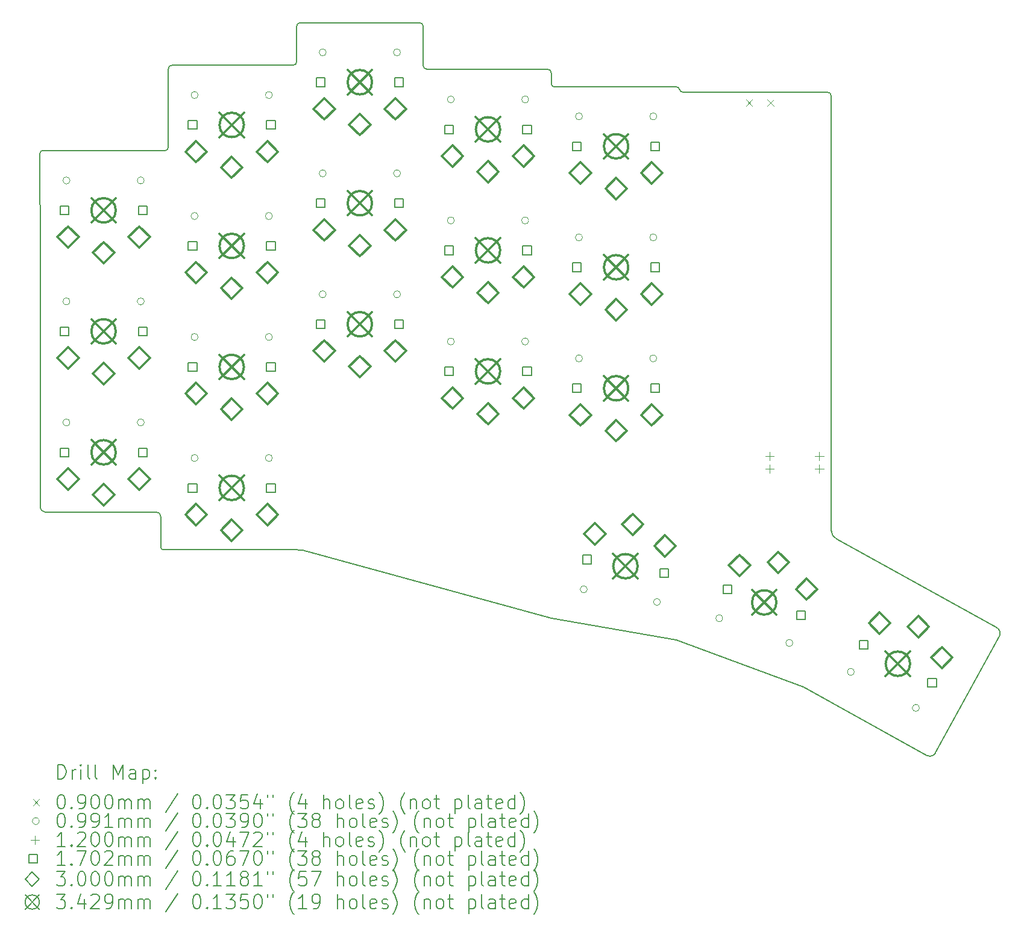
<source format=gbr>
%TF.GenerationSoftware,KiCad,Pcbnew,8.0.4*%
%TF.CreationDate,2024-08-05T03:42:25+02:00*%
%TF.ProjectId,chocofi,63686f63-6f66-4692-9e6b-696361645f70,0.2*%
%TF.SameCoordinates,Original*%
%TF.FileFunction,Drillmap*%
%TF.FilePolarity,Positive*%
%FSLAX45Y45*%
G04 Gerber Fmt 4.5, Leading zero omitted, Abs format (unit mm)*
G04 Created by KiCad (PCBNEW 8.0.4) date 2024-08-05 03:42:25*
%MOMM*%
%LPD*%
G01*
G04 APERTURE LIST*
%ADD10C,0.150000*%
%ADD11C,0.200000*%
%ADD12C,0.100000*%
%ADD13C,0.120000*%
%ADD14C,0.170180*%
%ADD15C,0.300000*%
%ADD16C,0.342900*%
G04 APERTURE END LIST*
D10*
X18762000Y-5380500D02*
X16733040Y-5381502D01*
X9451545Y-6202085D02*
X7741920Y-6197600D01*
X20280000Y-14660000D02*
X21175870Y-13027287D01*
X18420000Y-13740000D02*
X20160000Y-14700000D01*
X14883977Y-12769009D02*
X16635868Y-13072242D01*
X16636050Y-5305500D02*
G75*
G02*
X16685040Y-5345502I0J-50000D01*
G01*
X16733040Y-5381502D02*
G75*
G02*
X16685039Y-5345502I0J50002D01*
G01*
X16636050Y-5305500D02*
X14929320Y-5306902D01*
X9501545Y-6152085D02*
G75*
G02*
X9451545Y-6202085I-50005J5D01*
G01*
X9501712Y-5050682D02*
G75*
G02*
X9551712Y-5000682I49998J2D01*
G01*
X13031000Y-4403620D02*
X11353000Y-4404955D01*
X13081000Y-5005340D02*
X13081000Y-4453620D01*
X14829320Y-5056902D02*
X13131000Y-5055340D01*
X14879320Y-5256902D02*
X14879320Y-5106902D01*
X9501712Y-5050682D02*
X9501545Y-6152085D01*
X11254712Y-5000682D02*
X9551712Y-5000682D01*
X11303000Y-4454955D02*
X11304712Y-4950682D01*
X11304712Y-4950682D02*
G75*
G02*
X11254712Y-5000682I-50002J2D01*
G01*
X11303000Y-4454955D02*
G75*
G02*
X11353000Y-4404960I50000J-5D01*
G01*
X13031000Y-4403620D02*
G75*
G02*
X13081000Y-4453620I0J-50000D01*
G01*
X13131000Y-5055340D02*
G75*
G02*
X13081000Y-5005340I0J50000D01*
G01*
X14829320Y-5056902D02*
G75*
G02*
X14879318Y-5106902I0J-49998D01*
G01*
X14929320Y-5306902D02*
G75*
G02*
X14879318Y-5256902I0J50002D01*
G01*
X18762000Y-5380500D02*
G75*
G02*
X18812000Y-5430500I0J-50000D01*
G01*
X21132000Y-12900000D02*
G75*
G02*
X21175591Y-13027148I-40700J-85000D01*
G01*
X11476998Y-11839915D02*
X14883977Y-12769009D01*
X20280000Y-14660000D02*
G75*
G02*
X20160000Y-14700000I-80000J40000D01*
G01*
X7701280Y-9377680D02*
X7701280Y-11074400D01*
X7696200Y-6243320D02*
X7701280Y-7670800D01*
X18812000Y-5430000D02*
X18813400Y-11539500D01*
X9434000Y-11810000D02*
X11304000Y-11809000D01*
X9395707Y-11344000D02*
X9395000Y-11771000D01*
X18892000Y-11660000D02*
X21132000Y-12900000D01*
X9321999Y-11277592D02*
G75*
G02*
X9395706Y-11344000I6001J-67448D01*
G01*
X7701280Y-11211560D02*
X7701280Y-11074400D01*
X9434000Y-11810000D02*
G75*
G02*
X9395000Y-11771000I0J39000D01*
G01*
X7701280Y-7670800D02*
X7701280Y-9377680D01*
X7696200Y-6243320D02*
G75*
G02*
X7741920Y-6197600I45720J0D01*
G01*
X7767320Y-11277600D02*
X9320000Y-11277600D01*
X16635868Y-13072242D02*
X18420000Y-13740000D01*
X18892000Y-11660000D02*
G75*
G02*
X18813157Y-11539508I59600J125040D01*
G01*
X11304000Y-11809000D02*
G75*
G02*
X11476999Y-11839914I1000J-493920D01*
G01*
X7767320Y-11277600D02*
G75*
G02*
X7701280Y-11211560I0J66040D01*
G01*
D11*
D12*
X17615000Y-5483750D02*
X17705000Y-5573750D01*
X17705000Y-5483750D02*
X17615000Y-5573750D01*
X17615000Y-5483750D02*
X17705000Y-5573750D01*
X17705000Y-5483750D02*
X17615000Y-5573750D01*
X17915000Y-5483750D02*
X18005000Y-5573750D01*
X18005000Y-5483750D02*
X17915000Y-5573750D01*
X17915000Y-5483750D02*
X18005000Y-5573750D01*
X18005000Y-5483750D02*
X17915000Y-5573750D01*
X8118530Y-6620000D02*
G75*
G02*
X8019470Y-6620000I-49530J0D01*
G01*
X8019470Y-6620000D02*
G75*
G02*
X8118530Y-6620000I49530J0D01*
G01*
X8118530Y-8320000D02*
G75*
G02*
X8019470Y-8320000I-49530J0D01*
G01*
X8019470Y-8320000D02*
G75*
G02*
X8118530Y-8320000I49530J0D01*
G01*
X8118530Y-10020000D02*
G75*
G02*
X8019470Y-10020000I-49530J0D01*
G01*
X8019470Y-10020000D02*
G75*
G02*
X8118530Y-10020000I49530J0D01*
G01*
X9162530Y-6620000D02*
G75*
G02*
X9063470Y-6620000I-49530J0D01*
G01*
X9063470Y-6620000D02*
G75*
G02*
X9162530Y-6620000I49530J0D01*
G01*
X9162530Y-8320000D02*
G75*
G02*
X9063470Y-8320000I-49530J0D01*
G01*
X9063470Y-8320000D02*
G75*
G02*
X9162530Y-8320000I49530J0D01*
G01*
X9162530Y-10020000D02*
G75*
G02*
X9063470Y-10020000I-49530J0D01*
G01*
X9063470Y-10020000D02*
G75*
G02*
X9162530Y-10020000I49530J0D01*
G01*
X9918530Y-5420000D02*
G75*
G02*
X9819470Y-5420000I-49530J0D01*
G01*
X9819470Y-5420000D02*
G75*
G02*
X9918530Y-5420000I49530J0D01*
G01*
X9918530Y-7120000D02*
G75*
G02*
X9819470Y-7120000I-49530J0D01*
G01*
X9819470Y-7120000D02*
G75*
G02*
X9918530Y-7120000I49530J0D01*
G01*
X9918530Y-8820000D02*
G75*
G02*
X9819470Y-8820000I-49530J0D01*
G01*
X9819470Y-8820000D02*
G75*
G02*
X9918530Y-8820000I49530J0D01*
G01*
X9918530Y-10520000D02*
G75*
G02*
X9819470Y-10520000I-49530J0D01*
G01*
X9819470Y-10520000D02*
G75*
G02*
X9918530Y-10520000I49530J0D01*
G01*
X10962530Y-5420000D02*
G75*
G02*
X10863470Y-5420000I-49530J0D01*
G01*
X10863470Y-5420000D02*
G75*
G02*
X10962530Y-5420000I49530J0D01*
G01*
X10962530Y-7120000D02*
G75*
G02*
X10863470Y-7120000I-49530J0D01*
G01*
X10863470Y-7120000D02*
G75*
G02*
X10962530Y-7120000I49530J0D01*
G01*
X10962530Y-8820000D02*
G75*
G02*
X10863470Y-8820000I-49530J0D01*
G01*
X10863470Y-8820000D02*
G75*
G02*
X10962530Y-8820000I49530J0D01*
G01*
X10962530Y-10520000D02*
G75*
G02*
X10863470Y-10520000I-49530J0D01*
G01*
X10863470Y-10520000D02*
G75*
G02*
X10962530Y-10520000I49530J0D01*
G01*
X11718530Y-4820000D02*
G75*
G02*
X11619470Y-4820000I-49530J0D01*
G01*
X11619470Y-4820000D02*
G75*
G02*
X11718530Y-4820000I49530J0D01*
G01*
X11718530Y-6520000D02*
G75*
G02*
X11619470Y-6520000I-49530J0D01*
G01*
X11619470Y-6520000D02*
G75*
G02*
X11718530Y-6520000I49530J0D01*
G01*
X11718530Y-8220000D02*
G75*
G02*
X11619470Y-8220000I-49530J0D01*
G01*
X11619470Y-8220000D02*
G75*
G02*
X11718530Y-8220000I49530J0D01*
G01*
X12762530Y-4820000D02*
G75*
G02*
X12663470Y-4820000I-49530J0D01*
G01*
X12663470Y-4820000D02*
G75*
G02*
X12762530Y-4820000I49530J0D01*
G01*
X12762530Y-6520000D02*
G75*
G02*
X12663470Y-6520000I-49530J0D01*
G01*
X12663470Y-6520000D02*
G75*
G02*
X12762530Y-6520000I49530J0D01*
G01*
X12762530Y-8220000D02*
G75*
G02*
X12663470Y-8220000I-49530J0D01*
G01*
X12663470Y-8220000D02*
G75*
G02*
X12762530Y-8220000I49530J0D01*
G01*
X13518530Y-5482000D02*
G75*
G02*
X13419470Y-5482000I-49530J0D01*
G01*
X13419470Y-5482000D02*
G75*
G02*
X13518530Y-5482000I49530J0D01*
G01*
X13518530Y-7182000D02*
G75*
G02*
X13419470Y-7182000I-49530J0D01*
G01*
X13419470Y-7182000D02*
G75*
G02*
X13518530Y-7182000I49530J0D01*
G01*
X13518530Y-8882500D02*
G75*
G02*
X13419470Y-8882500I-49530J0D01*
G01*
X13419470Y-8882500D02*
G75*
G02*
X13518530Y-8882500I49530J0D01*
G01*
X14562530Y-5482000D02*
G75*
G02*
X14463470Y-5482000I-49530J0D01*
G01*
X14463470Y-5482000D02*
G75*
G02*
X14562530Y-5482000I49530J0D01*
G01*
X14562530Y-7182000D02*
G75*
G02*
X14463470Y-7182000I-49530J0D01*
G01*
X14463470Y-7182000D02*
G75*
G02*
X14562530Y-7182000I49530J0D01*
G01*
X14562530Y-8882500D02*
G75*
G02*
X14463470Y-8882500I-49530J0D01*
G01*
X14463470Y-8882500D02*
G75*
G02*
X14562530Y-8882500I49530J0D01*
G01*
X15318530Y-5720000D02*
G75*
G02*
X15219470Y-5720000I-49530J0D01*
G01*
X15219470Y-5720000D02*
G75*
G02*
X15318530Y-5720000I49530J0D01*
G01*
X15318530Y-7420000D02*
G75*
G02*
X15219470Y-7420000I-49530J0D01*
G01*
X15219470Y-7420000D02*
G75*
G02*
X15318530Y-7420000I49530J0D01*
G01*
X15318530Y-9120000D02*
G75*
G02*
X15219470Y-9120000I-49530J0D01*
G01*
X15219470Y-9120000D02*
G75*
G02*
X15318530Y-9120000I49530J0D01*
G01*
X15385632Y-12365162D02*
G75*
G02*
X15286572Y-12365162I-49530J0D01*
G01*
X15286572Y-12365162D02*
G75*
G02*
X15385632Y-12365162I49530J0D01*
G01*
X16362530Y-5720000D02*
G75*
G02*
X16263470Y-5720000I-49530J0D01*
G01*
X16263470Y-5720000D02*
G75*
G02*
X16362530Y-5720000I49530J0D01*
G01*
X16362530Y-7420000D02*
G75*
G02*
X16263470Y-7420000I-49530J0D01*
G01*
X16263470Y-7420000D02*
G75*
G02*
X16362530Y-7420000I49530J0D01*
G01*
X16362530Y-9120000D02*
G75*
G02*
X16263470Y-9120000I-49530J0D01*
G01*
X16263470Y-9120000D02*
G75*
G02*
X16362530Y-9120000I49530J0D01*
G01*
X16414397Y-12542861D02*
G75*
G02*
X16315337Y-12542861I-49530J0D01*
G01*
X16315337Y-12542861D02*
G75*
G02*
X16414397Y-12542861I49530J0D01*
G01*
X17289092Y-12771420D02*
G75*
G02*
X17190032Y-12771420I-49530J0D01*
G01*
X17190032Y-12771420D02*
G75*
G02*
X17289092Y-12771420I49530J0D01*
G01*
X18273816Y-13118197D02*
G75*
G02*
X18174756Y-13118197I-49530J0D01*
G01*
X18174756Y-13118197D02*
G75*
G02*
X18273816Y-13118197I49530J0D01*
G01*
X19137797Y-13524883D02*
G75*
G02*
X19038737Y-13524883I-49530J0D01*
G01*
X19038737Y-13524883D02*
G75*
G02*
X19137797Y-13524883I49530J0D01*
G01*
X20050900Y-14031024D02*
G75*
G02*
X19951840Y-14031024I-49530J0D01*
G01*
X19951840Y-14031024D02*
G75*
G02*
X20050900Y-14031024I49530J0D01*
G01*
D13*
X17946000Y-10435000D02*
X17946000Y-10555000D01*
X17886000Y-10495000D02*
X18006000Y-10495000D01*
X17946000Y-10610000D02*
X17946000Y-10730000D01*
X17886000Y-10670000D02*
X18006000Y-10670000D01*
X18646000Y-10435000D02*
X18646000Y-10555000D01*
X18586000Y-10495000D02*
X18706000Y-10495000D01*
X18646000Y-10610000D02*
X18646000Y-10730000D01*
X18586000Y-10670000D02*
X18706000Y-10670000D01*
D14*
X8101168Y-7100168D02*
X8101168Y-6979832D01*
X7980832Y-6979832D01*
X7980832Y-7100168D01*
X8101168Y-7100168D01*
X8101168Y-8800168D02*
X8101168Y-8679832D01*
X7980832Y-8679832D01*
X7980832Y-8800168D01*
X8101168Y-8800168D01*
X8101168Y-10500168D02*
X8101168Y-10379832D01*
X7980832Y-10379832D01*
X7980832Y-10500168D01*
X8101168Y-10500168D01*
X9201168Y-7100168D02*
X9201168Y-6979832D01*
X9080832Y-6979832D01*
X9080832Y-7100168D01*
X9201168Y-7100168D01*
X9201168Y-8800168D02*
X9201168Y-8679832D01*
X9080832Y-8679832D01*
X9080832Y-8800168D01*
X9201168Y-8800168D01*
X9201168Y-10500168D02*
X9201168Y-10379832D01*
X9080832Y-10379832D01*
X9080832Y-10500168D01*
X9201168Y-10500168D01*
X9901168Y-5900168D02*
X9901168Y-5779832D01*
X9780832Y-5779832D01*
X9780832Y-5900168D01*
X9901168Y-5900168D01*
X9901168Y-7600168D02*
X9901168Y-7479832D01*
X9780832Y-7479832D01*
X9780832Y-7600168D01*
X9901168Y-7600168D01*
X9901168Y-9300168D02*
X9901168Y-9179832D01*
X9780832Y-9179832D01*
X9780832Y-9300168D01*
X9901168Y-9300168D01*
X9901168Y-11000168D02*
X9901168Y-10879832D01*
X9780832Y-10879832D01*
X9780832Y-11000168D01*
X9901168Y-11000168D01*
X11001168Y-5900168D02*
X11001168Y-5779832D01*
X10880832Y-5779832D01*
X10880832Y-5900168D01*
X11001168Y-5900168D01*
X11001168Y-7600168D02*
X11001168Y-7479832D01*
X10880832Y-7479832D01*
X10880832Y-7600168D01*
X11001168Y-7600168D01*
X11001168Y-9300168D02*
X11001168Y-9179832D01*
X10880832Y-9179832D01*
X10880832Y-9300168D01*
X11001168Y-9300168D01*
X11001168Y-11000168D02*
X11001168Y-10879832D01*
X10880832Y-10879832D01*
X10880832Y-11000168D01*
X11001168Y-11000168D01*
X11701168Y-5300168D02*
X11701168Y-5179832D01*
X11580832Y-5179832D01*
X11580832Y-5300168D01*
X11701168Y-5300168D01*
X11701168Y-7000168D02*
X11701168Y-6879832D01*
X11580832Y-6879832D01*
X11580832Y-7000168D01*
X11701168Y-7000168D01*
X11701168Y-8700168D02*
X11701168Y-8579832D01*
X11580832Y-8579832D01*
X11580832Y-8700168D01*
X11701168Y-8700168D01*
X12801168Y-5300168D02*
X12801168Y-5179832D01*
X12680832Y-5179832D01*
X12680832Y-5300168D01*
X12801168Y-5300168D01*
X12801168Y-7000168D02*
X12801168Y-6879832D01*
X12680832Y-6879832D01*
X12680832Y-7000168D01*
X12801168Y-7000168D01*
X12801168Y-8700168D02*
X12801168Y-8579832D01*
X12680832Y-8579832D01*
X12680832Y-8700168D01*
X12801168Y-8700168D01*
X13501168Y-5962168D02*
X13501168Y-5841832D01*
X13380832Y-5841832D01*
X13380832Y-5962168D01*
X13501168Y-5962168D01*
X13501168Y-7662168D02*
X13501168Y-7541832D01*
X13380832Y-7541832D01*
X13380832Y-7662168D01*
X13501168Y-7662168D01*
X13501168Y-9362668D02*
X13501168Y-9242332D01*
X13380832Y-9242332D01*
X13380832Y-9362668D01*
X13501168Y-9362668D01*
X14601168Y-5962168D02*
X14601168Y-5841832D01*
X14480832Y-5841832D01*
X14480832Y-5962168D01*
X14601168Y-5962168D01*
X14601168Y-7662168D02*
X14601168Y-7541832D01*
X14480832Y-7541832D01*
X14480832Y-7662168D01*
X14601168Y-7662168D01*
X14601168Y-9362668D02*
X14601168Y-9242332D01*
X14480832Y-9242332D01*
X14480832Y-9362668D01*
X14601168Y-9362668D01*
X15301168Y-6200168D02*
X15301168Y-6079832D01*
X15180832Y-6079832D01*
X15180832Y-6200168D01*
X15301168Y-6200168D01*
X15301168Y-7900168D02*
X15301168Y-7779832D01*
X15180832Y-7779832D01*
X15180832Y-7900168D01*
X15301168Y-7900168D01*
X15301168Y-9600168D02*
X15301168Y-9479832D01*
X15180832Y-9479832D01*
X15180832Y-9600168D01*
X15301168Y-9600168D01*
X15440166Y-12006693D02*
X15440166Y-11886357D01*
X15319830Y-11886357D01*
X15319830Y-12006693D01*
X15440166Y-12006693D01*
X16401168Y-6200168D02*
X16401168Y-6079832D01*
X16280832Y-6079832D01*
X16280832Y-6200168D01*
X16401168Y-6200168D01*
X16401168Y-7900168D02*
X16401168Y-7779832D01*
X16280832Y-7779832D01*
X16280832Y-7900168D01*
X16401168Y-7900168D01*
X16401168Y-9600168D02*
X16401168Y-9479832D01*
X16280832Y-9479832D01*
X16280832Y-9600168D01*
X16401168Y-9600168D01*
X16524115Y-12193924D02*
X16524115Y-12073587D01*
X16403778Y-12073587D01*
X16403778Y-12193924D01*
X16524115Y-12193924D01*
X17412827Y-12426135D02*
X17412827Y-12305798D01*
X17292491Y-12305798D01*
X17292491Y-12426135D01*
X17412827Y-12426135D01*
X18450372Y-12791512D02*
X18450372Y-12671175D01*
X18330036Y-12671175D01*
X18330036Y-12791512D01*
X18450372Y-12791512D01*
X19327566Y-13204136D02*
X19327566Y-13083800D01*
X19207230Y-13083800D01*
X19207230Y-13204136D01*
X19327566Y-13204136D01*
X20289648Y-13737427D02*
X20289648Y-13617090D01*
X20169311Y-13617090D01*
X20169311Y-13737427D01*
X20289648Y-13737427D01*
D15*
X8091000Y-7565000D02*
X8241000Y-7415000D01*
X8091000Y-7265000D01*
X7941000Y-7415000D01*
X8091000Y-7565000D01*
X8091000Y-9265000D02*
X8241000Y-9115000D01*
X8091000Y-8965000D01*
X7941000Y-9115000D01*
X8091000Y-9265000D01*
X8091000Y-10965000D02*
X8241000Y-10815000D01*
X8091000Y-10665000D01*
X7941000Y-10815000D01*
X8091000Y-10965000D01*
X8591000Y-7785000D02*
X8741000Y-7635000D01*
X8591000Y-7485000D01*
X8441000Y-7635000D01*
X8591000Y-7785000D01*
X8591000Y-9485000D02*
X8741000Y-9335000D01*
X8591000Y-9185000D01*
X8441000Y-9335000D01*
X8591000Y-9485000D01*
X8591000Y-11185000D02*
X8741000Y-11035000D01*
X8591000Y-10885000D01*
X8441000Y-11035000D01*
X8591000Y-11185000D01*
X9091000Y-7565000D02*
X9241000Y-7415000D01*
X9091000Y-7265000D01*
X8941000Y-7415000D01*
X9091000Y-7565000D01*
X9091000Y-9265000D02*
X9241000Y-9115000D01*
X9091000Y-8965000D01*
X8941000Y-9115000D01*
X9091000Y-9265000D01*
X9091000Y-10965000D02*
X9241000Y-10815000D01*
X9091000Y-10665000D01*
X8941000Y-10815000D01*
X9091000Y-10965000D01*
X9891000Y-6365000D02*
X10041000Y-6215000D01*
X9891000Y-6065000D01*
X9741000Y-6215000D01*
X9891000Y-6365000D01*
X9891000Y-8065000D02*
X10041000Y-7915000D01*
X9891000Y-7765000D01*
X9741000Y-7915000D01*
X9891000Y-8065000D01*
X9891000Y-9765000D02*
X10041000Y-9615000D01*
X9891000Y-9465000D01*
X9741000Y-9615000D01*
X9891000Y-9765000D01*
X9891000Y-11465000D02*
X10041000Y-11315000D01*
X9891000Y-11165000D01*
X9741000Y-11315000D01*
X9891000Y-11465000D01*
X10391000Y-6585000D02*
X10541000Y-6435000D01*
X10391000Y-6285000D01*
X10241000Y-6435000D01*
X10391000Y-6585000D01*
X10391000Y-8285000D02*
X10541000Y-8135000D01*
X10391000Y-7985000D01*
X10241000Y-8135000D01*
X10391000Y-8285000D01*
X10391000Y-9985000D02*
X10541000Y-9835000D01*
X10391000Y-9685000D01*
X10241000Y-9835000D01*
X10391000Y-9985000D01*
X10391000Y-11685000D02*
X10541000Y-11535000D01*
X10391000Y-11385000D01*
X10241000Y-11535000D01*
X10391000Y-11685000D01*
X10891000Y-6365000D02*
X11041000Y-6215000D01*
X10891000Y-6065000D01*
X10741000Y-6215000D01*
X10891000Y-6365000D01*
X10891000Y-8065000D02*
X11041000Y-7915000D01*
X10891000Y-7765000D01*
X10741000Y-7915000D01*
X10891000Y-8065000D01*
X10891000Y-9765000D02*
X11041000Y-9615000D01*
X10891000Y-9465000D01*
X10741000Y-9615000D01*
X10891000Y-9765000D01*
X10891000Y-11465000D02*
X11041000Y-11315000D01*
X10891000Y-11165000D01*
X10741000Y-11315000D01*
X10891000Y-11465000D01*
X11691000Y-5765000D02*
X11841000Y-5615000D01*
X11691000Y-5465000D01*
X11541000Y-5615000D01*
X11691000Y-5765000D01*
X11691000Y-7465000D02*
X11841000Y-7315000D01*
X11691000Y-7165000D01*
X11541000Y-7315000D01*
X11691000Y-7465000D01*
X11691000Y-9165000D02*
X11841000Y-9015000D01*
X11691000Y-8865000D01*
X11541000Y-9015000D01*
X11691000Y-9165000D01*
X12191000Y-5985000D02*
X12341000Y-5835000D01*
X12191000Y-5685000D01*
X12041000Y-5835000D01*
X12191000Y-5985000D01*
X12191000Y-7685000D02*
X12341000Y-7535000D01*
X12191000Y-7385000D01*
X12041000Y-7535000D01*
X12191000Y-7685000D01*
X12191000Y-9385000D02*
X12341000Y-9235000D01*
X12191000Y-9085000D01*
X12041000Y-9235000D01*
X12191000Y-9385000D01*
X12691000Y-5765000D02*
X12841000Y-5615000D01*
X12691000Y-5465000D01*
X12541000Y-5615000D01*
X12691000Y-5765000D01*
X12691000Y-7465000D02*
X12841000Y-7315000D01*
X12691000Y-7165000D01*
X12541000Y-7315000D01*
X12691000Y-7465000D01*
X12691000Y-9165000D02*
X12841000Y-9015000D01*
X12691000Y-8865000D01*
X12541000Y-9015000D01*
X12691000Y-9165000D01*
X13491000Y-6427000D02*
X13641000Y-6277000D01*
X13491000Y-6127000D01*
X13341000Y-6277000D01*
X13491000Y-6427000D01*
X13491000Y-8127000D02*
X13641000Y-7977000D01*
X13491000Y-7827000D01*
X13341000Y-7977000D01*
X13491000Y-8127000D01*
X13491000Y-9827500D02*
X13641000Y-9677500D01*
X13491000Y-9527500D01*
X13341000Y-9677500D01*
X13491000Y-9827500D01*
X13991000Y-6647000D02*
X14141000Y-6497000D01*
X13991000Y-6347000D01*
X13841000Y-6497000D01*
X13991000Y-6647000D01*
X13991000Y-8347000D02*
X14141000Y-8197000D01*
X13991000Y-8047000D01*
X13841000Y-8197000D01*
X13991000Y-8347000D01*
X13991000Y-10047500D02*
X14141000Y-9897500D01*
X13991000Y-9747500D01*
X13841000Y-9897500D01*
X13991000Y-10047500D01*
X14491000Y-6427000D02*
X14641000Y-6277000D01*
X14491000Y-6127000D01*
X14341000Y-6277000D01*
X14491000Y-6427000D01*
X14491000Y-8127000D02*
X14641000Y-7977000D01*
X14491000Y-7827000D01*
X14341000Y-7977000D01*
X14491000Y-8127000D01*
X14491000Y-9827500D02*
X14641000Y-9677500D01*
X14491000Y-9527500D01*
X14341000Y-9677500D01*
X14491000Y-9827500D01*
X15291000Y-6665000D02*
X15441000Y-6515000D01*
X15291000Y-6365000D01*
X15141000Y-6515000D01*
X15291000Y-6665000D01*
X15291000Y-8365000D02*
X15441000Y-8215000D01*
X15291000Y-8065000D01*
X15141000Y-8215000D01*
X15291000Y-8365000D01*
X15291000Y-10065000D02*
X15441000Y-9915000D01*
X15291000Y-9765000D01*
X15141000Y-9915000D01*
X15291000Y-10065000D01*
X15493097Y-11735508D02*
X15643097Y-11585508D01*
X15493097Y-11435508D01*
X15343097Y-11585508D01*
X15493097Y-11735508D01*
X15791000Y-6885000D02*
X15941000Y-6735000D01*
X15791000Y-6585000D01*
X15641000Y-6735000D01*
X15791000Y-6885000D01*
X15791000Y-8585000D02*
X15941000Y-8435000D01*
X15791000Y-8285000D01*
X15641000Y-8435000D01*
X15791000Y-8585000D01*
X15791000Y-10285000D02*
X15941000Y-10135000D01*
X15791000Y-9985000D01*
X15641000Y-10135000D01*
X15791000Y-10285000D01*
X16023247Y-11603823D02*
X16173247Y-11453823D01*
X16023247Y-11303823D01*
X15873247Y-11453823D01*
X16023247Y-11603823D01*
X16291000Y-6665000D02*
X16441000Y-6515000D01*
X16291000Y-6365000D01*
X16141000Y-6515000D01*
X16291000Y-6665000D01*
X16291000Y-8365000D02*
X16441000Y-8215000D01*
X16291000Y-8065000D01*
X16141000Y-8215000D01*
X16291000Y-8365000D01*
X16291000Y-10065000D02*
X16441000Y-9915000D01*
X16291000Y-9765000D01*
X16141000Y-9915000D01*
X16291000Y-10065000D01*
X16478505Y-11905717D02*
X16628505Y-11755717D01*
X16478505Y-11605717D01*
X16328505Y-11755717D01*
X16478505Y-11905717D01*
X17524381Y-12178866D02*
X17674381Y-12028866D01*
X17524381Y-11878866D01*
X17374381Y-12028866D01*
X17524381Y-12178866D01*
X18069068Y-12137438D02*
X18219068Y-11987438D01*
X18069068Y-11837438D01*
X17919068Y-11987438D01*
X18069068Y-12137438D01*
X18467603Y-12511027D02*
X18617603Y-12361027D01*
X18467603Y-12211027D01*
X18317603Y-12361027D01*
X18467603Y-12511027D01*
X19492933Y-12990226D02*
X19642933Y-12840226D01*
X19492933Y-12690226D01*
X19342933Y-12840226D01*
X19492933Y-12990226D01*
X20036900Y-13040215D02*
X20186900Y-12890215D01*
X20036900Y-12740215D01*
X19886900Y-12890215D01*
X20036900Y-13040215D01*
X20367552Y-13475036D02*
X20517552Y-13325036D01*
X20367552Y-13175036D01*
X20217552Y-13325036D01*
X20367552Y-13475036D01*
D16*
X8419550Y-6868550D02*
X8762450Y-7211450D01*
X8762450Y-6868550D02*
X8419550Y-7211450D01*
X8762450Y-7040000D02*
G75*
G02*
X8419550Y-7040000I-171450J0D01*
G01*
X8419550Y-7040000D02*
G75*
G02*
X8762450Y-7040000I171450J0D01*
G01*
X8419550Y-8568550D02*
X8762450Y-8911450D01*
X8762450Y-8568550D02*
X8419550Y-8911450D01*
X8762450Y-8740000D02*
G75*
G02*
X8419550Y-8740000I-171450J0D01*
G01*
X8419550Y-8740000D02*
G75*
G02*
X8762450Y-8740000I171450J0D01*
G01*
X8419550Y-10268550D02*
X8762450Y-10611450D01*
X8762450Y-10268550D02*
X8419550Y-10611450D01*
X8762450Y-10440000D02*
G75*
G02*
X8419550Y-10440000I-171450J0D01*
G01*
X8419550Y-10440000D02*
G75*
G02*
X8762450Y-10440000I171450J0D01*
G01*
X10219550Y-5668550D02*
X10562450Y-6011450D01*
X10562450Y-5668550D02*
X10219550Y-6011450D01*
X10562450Y-5840000D02*
G75*
G02*
X10219550Y-5840000I-171450J0D01*
G01*
X10219550Y-5840000D02*
G75*
G02*
X10562450Y-5840000I171450J0D01*
G01*
X10219550Y-7368550D02*
X10562450Y-7711450D01*
X10562450Y-7368550D02*
X10219550Y-7711450D01*
X10562450Y-7540000D02*
G75*
G02*
X10219550Y-7540000I-171450J0D01*
G01*
X10219550Y-7540000D02*
G75*
G02*
X10562450Y-7540000I171450J0D01*
G01*
X10219550Y-9068550D02*
X10562450Y-9411450D01*
X10562450Y-9068550D02*
X10219550Y-9411450D01*
X10562450Y-9240000D02*
G75*
G02*
X10219550Y-9240000I-171450J0D01*
G01*
X10219550Y-9240000D02*
G75*
G02*
X10562450Y-9240000I171450J0D01*
G01*
X10219550Y-10768550D02*
X10562450Y-11111450D01*
X10562450Y-10768550D02*
X10219550Y-11111450D01*
X10562450Y-10940000D02*
G75*
G02*
X10219550Y-10940000I-171450J0D01*
G01*
X10219550Y-10940000D02*
G75*
G02*
X10562450Y-10940000I171450J0D01*
G01*
X12019550Y-5068550D02*
X12362450Y-5411450D01*
X12362450Y-5068550D02*
X12019550Y-5411450D01*
X12362450Y-5240000D02*
G75*
G02*
X12019550Y-5240000I-171450J0D01*
G01*
X12019550Y-5240000D02*
G75*
G02*
X12362450Y-5240000I171450J0D01*
G01*
X12019550Y-6768550D02*
X12362450Y-7111450D01*
X12362450Y-6768550D02*
X12019550Y-7111450D01*
X12362450Y-6940000D02*
G75*
G02*
X12019550Y-6940000I-171450J0D01*
G01*
X12019550Y-6940000D02*
G75*
G02*
X12362450Y-6940000I171450J0D01*
G01*
X12019550Y-8468550D02*
X12362450Y-8811450D01*
X12362450Y-8468550D02*
X12019550Y-8811450D01*
X12362450Y-8640000D02*
G75*
G02*
X12019550Y-8640000I-171450J0D01*
G01*
X12019550Y-8640000D02*
G75*
G02*
X12362450Y-8640000I171450J0D01*
G01*
X13819550Y-5730550D02*
X14162450Y-6073450D01*
X14162450Y-5730550D02*
X13819550Y-6073450D01*
X14162450Y-5902000D02*
G75*
G02*
X13819550Y-5902000I-171450J0D01*
G01*
X13819550Y-5902000D02*
G75*
G02*
X14162450Y-5902000I171450J0D01*
G01*
X13819550Y-7430550D02*
X14162450Y-7773450D01*
X14162450Y-7430550D02*
X13819550Y-7773450D01*
X14162450Y-7602000D02*
G75*
G02*
X13819550Y-7602000I-171450J0D01*
G01*
X13819550Y-7602000D02*
G75*
G02*
X14162450Y-7602000I171450J0D01*
G01*
X13819550Y-9131050D02*
X14162450Y-9473950D01*
X14162450Y-9131050D02*
X13819550Y-9473950D01*
X14162450Y-9302500D02*
G75*
G02*
X13819550Y-9302500I-171450J0D01*
G01*
X13819550Y-9302500D02*
G75*
G02*
X14162450Y-9302500I171450J0D01*
G01*
X15619550Y-5968550D02*
X15962450Y-6311450D01*
X15962450Y-5968550D02*
X15619550Y-6311450D01*
X15962450Y-6140000D02*
G75*
G02*
X15619550Y-6140000I-171450J0D01*
G01*
X15619550Y-6140000D02*
G75*
G02*
X15962450Y-6140000I171450J0D01*
G01*
X15619550Y-7668550D02*
X15962450Y-8011450D01*
X15962450Y-7668550D02*
X15619550Y-8011450D01*
X15962450Y-7840000D02*
G75*
G02*
X15619550Y-7840000I-171450J0D01*
G01*
X15619550Y-7840000D02*
G75*
G02*
X15962450Y-7840000I171450J0D01*
G01*
X15619550Y-9368550D02*
X15962450Y-9711450D01*
X15962450Y-9368550D02*
X15619550Y-9711450D01*
X15962450Y-9540000D02*
G75*
G02*
X15619550Y-9540000I-171450J0D01*
G01*
X15619550Y-9540000D02*
G75*
G02*
X15962450Y-9540000I171450J0D01*
G01*
X15750522Y-11868690D02*
X16093422Y-12211590D01*
X16093422Y-11868690D02*
X15750522Y-12211590D01*
X16093422Y-12040140D02*
G75*
G02*
X15750522Y-12040140I-171450J0D01*
G01*
X15750522Y-12040140D02*
G75*
G02*
X16093422Y-12040140I171450J0D01*
G01*
X17699982Y-12377205D02*
X18042882Y-12720105D01*
X18042882Y-12377205D02*
X17699982Y-12720105D01*
X18042882Y-12548655D02*
G75*
G02*
X17699982Y-12548655I-171450J0D01*
G01*
X17699982Y-12548655D02*
G75*
G02*
X18042882Y-12548655I171450J0D01*
G01*
X19576989Y-13239163D02*
X19919889Y-13582063D01*
X19919889Y-13239163D02*
X19576989Y-13582063D01*
X19919889Y-13410613D02*
G75*
G02*
X19576989Y-13410613I-171450J0D01*
G01*
X19576989Y-13410613D02*
G75*
G02*
X19919889Y-13410613I171450J0D01*
G01*
D11*
X7949477Y-15028426D02*
X7949477Y-14828426D01*
X7949477Y-14828426D02*
X7997096Y-14828426D01*
X7997096Y-14828426D02*
X8025667Y-14837950D01*
X8025667Y-14837950D02*
X8044715Y-14856998D01*
X8044715Y-14856998D02*
X8054239Y-14876045D01*
X8054239Y-14876045D02*
X8063762Y-14914141D01*
X8063762Y-14914141D02*
X8063762Y-14942712D01*
X8063762Y-14942712D02*
X8054239Y-14980807D01*
X8054239Y-14980807D02*
X8044715Y-14999855D01*
X8044715Y-14999855D02*
X8025667Y-15018903D01*
X8025667Y-15018903D02*
X7997096Y-15028426D01*
X7997096Y-15028426D02*
X7949477Y-15028426D01*
X8149477Y-15028426D02*
X8149477Y-14895093D01*
X8149477Y-14933188D02*
X8159001Y-14914141D01*
X8159001Y-14914141D02*
X8168524Y-14904617D01*
X8168524Y-14904617D02*
X8187572Y-14895093D01*
X8187572Y-14895093D02*
X8206620Y-14895093D01*
X8273286Y-15028426D02*
X8273286Y-14895093D01*
X8273286Y-14828426D02*
X8263762Y-14837950D01*
X8263762Y-14837950D02*
X8273286Y-14847474D01*
X8273286Y-14847474D02*
X8282810Y-14837950D01*
X8282810Y-14837950D02*
X8273286Y-14828426D01*
X8273286Y-14828426D02*
X8273286Y-14847474D01*
X8397096Y-15028426D02*
X8378048Y-15018903D01*
X8378048Y-15018903D02*
X8368524Y-14999855D01*
X8368524Y-14999855D02*
X8368524Y-14828426D01*
X8501858Y-15028426D02*
X8482810Y-15018903D01*
X8482810Y-15018903D02*
X8473286Y-14999855D01*
X8473286Y-14999855D02*
X8473286Y-14828426D01*
X8730429Y-15028426D02*
X8730429Y-14828426D01*
X8730429Y-14828426D02*
X8797096Y-14971284D01*
X8797096Y-14971284D02*
X8863763Y-14828426D01*
X8863763Y-14828426D02*
X8863763Y-15028426D01*
X9044715Y-15028426D02*
X9044715Y-14923665D01*
X9044715Y-14923665D02*
X9035191Y-14904617D01*
X9035191Y-14904617D02*
X9016144Y-14895093D01*
X9016144Y-14895093D02*
X8978048Y-14895093D01*
X8978048Y-14895093D02*
X8959001Y-14904617D01*
X9044715Y-15018903D02*
X9025667Y-15028426D01*
X9025667Y-15028426D02*
X8978048Y-15028426D01*
X8978048Y-15028426D02*
X8959001Y-15018903D01*
X8959001Y-15018903D02*
X8949477Y-14999855D01*
X8949477Y-14999855D02*
X8949477Y-14980807D01*
X8949477Y-14980807D02*
X8959001Y-14961760D01*
X8959001Y-14961760D02*
X8978048Y-14952236D01*
X8978048Y-14952236D02*
X9025667Y-14952236D01*
X9025667Y-14952236D02*
X9044715Y-14942712D01*
X9139953Y-14895093D02*
X9139953Y-15095093D01*
X9139953Y-14904617D02*
X9159001Y-14895093D01*
X9159001Y-14895093D02*
X9197096Y-14895093D01*
X9197096Y-14895093D02*
X9216144Y-14904617D01*
X9216144Y-14904617D02*
X9225667Y-14914141D01*
X9225667Y-14914141D02*
X9235191Y-14933188D01*
X9235191Y-14933188D02*
X9235191Y-14990331D01*
X9235191Y-14990331D02*
X9225667Y-15009379D01*
X9225667Y-15009379D02*
X9216144Y-15018903D01*
X9216144Y-15018903D02*
X9197096Y-15028426D01*
X9197096Y-15028426D02*
X9159001Y-15028426D01*
X9159001Y-15028426D02*
X9139953Y-15018903D01*
X9320905Y-15009379D02*
X9330429Y-15018903D01*
X9330429Y-15018903D02*
X9320905Y-15028426D01*
X9320905Y-15028426D02*
X9311382Y-15018903D01*
X9311382Y-15018903D02*
X9320905Y-15009379D01*
X9320905Y-15009379D02*
X9320905Y-15028426D01*
X9320905Y-14904617D02*
X9330429Y-14914141D01*
X9330429Y-14914141D02*
X9320905Y-14923665D01*
X9320905Y-14923665D02*
X9311382Y-14914141D01*
X9311382Y-14914141D02*
X9320905Y-14904617D01*
X9320905Y-14904617D02*
X9320905Y-14923665D01*
D12*
X7598700Y-15311943D02*
X7688700Y-15401943D01*
X7688700Y-15311943D02*
X7598700Y-15401943D01*
D11*
X7987572Y-15248426D02*
X8006620Y-15248426D01*
X8006620Y-15248426D02*
X8025667Y-15257950D01*
X8025667Y-15257950D02*
X8035191Y-15267474D01*
X8035191Y-15267474D02*
X8044715Y-15286522D01*
X8044715Y-15286522D02*
X8054239Y-15324617D01*
X8054239Y-15324617D02*
X8054239Y-15372236D01*
X8054239Y-15372236D02*
X8044715Y-15410331D01*
X8044715Y-15410331D02*
X8035191Y-15429379D01*
X8035191Y-15429379D02*
X8025667Y-15438903D01*
X8025667Y-15438903D02*
X8006620Y-15448426D01*
X8006620Y-15448426D02*
X7987572Y-15448426D01*
X7987572Y-15448426D02*
X7968524Y-15438903D01*
X7968524Y-15438903D02*
X7959001Y-15429379D01*
X7959001Y-15429379D02*
X7949477Y-15410331D01*
X7949477Y-15410331D02*
X7939953Y-15372236D01*
X7939953Y-15372236D02*
X7939953Y-15324617D01*
X7939953Y-15324617D02*
X7949477Y-15286522D01*
X7949477Y-15286522D02*
X7959001Y-15267474D01*
X7959001Y-15267474D02*
X7968524Y-15257950D01*
X7968524Y-15257950D02*
X7987572Y-15248426D01*
X8139953Y-15429379D02*
X8149477Y-15438903D01*
X8149477Y-15438903D02*
X8139953Y-15448426D01*
X8139953Y-15448426D02*
X8130429Y-15438903D01*
X8130429Y-15438903D02*
X8139953Y-15429379D01*
X8139953Y-15429379D02*
X8139953Y-15448426D01*
X8244715Y-15448426D02*
X8282810Y-15448426D01*
X8282810Y-15448426D02*
X8301858Y-15438903D01*
X8301858Y-15438903D02*
X8311382Y-15429379D01*
X8311382Y-15429379D02*
X8330429Y-15400807D01*
X8330429Y-15400807D02*
X8339953Y-15362712D01*
X8339953Y-15362712D02*
X8339953Y-15286522D01*
X8339953Y-15286522D02*
X8330429Y-15267474D01*
X8330429Y-15267474D02*
X8320905Y-15257950D01*
X8320905Y-15257950D02*
X8301858Y-15248426D01*
X8301858Y-15248426D02*
X8263762Y-15248426D01*
X8263762Y-15248426D02*
X8244715Y-15257950D01*
X8244715Y-15257950D02*
X8235191Y-15267474D01*
X8235191Y-15267474D02*
X8225667Y-15286522D01*
X8225667Y-15286522D02*
X8225667Y-15334141D01*
X8225667Y-15334141D02*
X8235191Y-15353188D01*
X8235191Y-15353188D02*
X8244715Y-15362712D01*
X8244715Y-15362712D02*
X8263762Y-15372236D01*
X8263762Y-15372236D02*
X8301858Y-15372236D01*
X8301858Y-15372236D02*
X8320905Y-15362712D01*
X8320905Y-15362712D02*
X8330429Y-15353188D01*
X8330429Y-15353188D02*
X8339953Y-15334141D01*
X8463763Y-15248426D02*
X8482810Y-15248426D01*
X8482810Y-15248426D02*
X8501858Y-15257950D01*
X8501858Y-15257950D02*
X8511382Y-15267474D01*
X8511382Y-15267474D02*
X8520905Y-15286522D01*
X8520905Y-15286522D02*
X8530429Y-15324617D01*
X8530429Y-15324617D02*
X8530429Y-15372236D01*
X8530429Y-15372236D02*
X8520905Y-15410331D01*
X8520905Y-15410331D02*
X8511382Y-15429379D01*
X8511382Y-15429379D02*
X8501858Y-15438903D01*
X8501858Y-15438903D02*
X8482810Y-15448426D01*
X8482810Y-15448426D02*
X8463763Y-15448426D01*
X8463763Y-15448426D02*
X8444715Y-15438903D01*
X8444715Y-15438903D02*
X8435191Y-15429379D01*
X8435191Y-15429379D02*
X8425667Y-15410331D01*
X8425667Y-15410331D02*
X8416144Y-15372236D01*
X8416144Y-15372236D02*
X8416144Y-15324617D01*
X8416144Y-15324617D02*
X8425667Y-15286522D01*
X8425667Y-15286522D02*
X8435191Y-15267474D01*
X8435191Y-15267474D02*
X8444715Y-15257950D01*
X8444715Y-15257950D02*
X8463763Y-15248426D01*
X8654239Y-15248426D02*
X8673286Y-15248426D01*
X8673286Y-15248426D02*
X8692334Y-15257950D01*
X8692334Y-15257950D02*
X8701858Y-15267474D01*
X8701858Y-15267474D02*
X8711382Y-15286522D01*
X8711382Y-15286522D02*
X8720905Y-15324617D01*
X8720905Y-15324617D02*
X8720905Y-15372236D01*
X8720905Y-15372236D02*
X8711382Y-15410331D01*
X8711382Y-15410331D02*
X8701858Y-15429379D01*
X8701858Y-15429379D02*
X8692334Y-15438903D01*
X8692334Y-15438903D02*
X8673286Y-15448426D01*
X8673286Y-15448426D02*
X8654239Y-15448426D01*
X8654239Y-15448426D02*
X8635191Y-15438903D01*
X8635191Y-15438903D02*
X8625667Y-15429379D01*
X8625667Y-15429379D02*
X8616144Y-15410331D01*
X8616144Y-15410331D02*
X8606620Y-15372236D01*
X8606620Y-15372236D02*
X8606620Y-15324617D01*
X8606620Y-15324617D02*
X8616144Y-15286522D01*
X8616144Y-15286522D02*
X8625667Y-15267474D01*
X8625667Y-15267474D02*
X8635191Y-15257950D01*
X8635191Y-15257950D02*
X8654239Y-15248426D01*
X8806620Y-15448426D02*
X8806620Y-15315093D01*
X8806620Y-15334141D02*
X8816144Y-15324617D01*
X8816144Y-15324617D02*
X8835191Y-15315093D01*
X8835191Y-15315093D02*
X8863763Y-15315093D01*
X8863763Y-15315093D02*
X8882810Y-15324617D01*
X8882810Y-15324617D02*
X8892334Y-15343665D01*
X8892334Y-15343665D02*
X8892334Y-15448426D01*
X8892334Y-15343665D02*
X8901858Y-15324617D01*
X8901858Y-15324617D02*
X8920905Y-15315093D01*
X8920905Y-15315093D02*
X8949477Y-15315093D01*
X8949477Y-15315093D02*
X8968525Y-15324617D01*
X8968525Y-15324617D02*
X8978048Y-15343665D01*
X8978048Y-15343665D02*
X8978048Y-15448426D01*
X9073286Y-15448426D02*
X9073286Y-15315093D01*
X9073286Y-15334141D02*
X9082810Y-15324617D01*
X9082810Y-15324617D02*
X9101858Y-15315093D01*
X9101858Y-15315093D02*
X9130429Y-15315093D01*
X9130429Y-15315093D02*
X9149477Y-15324617D01*
X9149477Y-15324617D02*
X9159001Y-15343665D01*
X9159001Y-15343665D02*
X9159001Y-15448426D01*
X9159001Y-15343665D02*
X9168525Y-15324617D01*
X9168525Y-15324617D02*
X9187572Y-15315093D01*
X9187572Y-15315093D02*
X9216144Y-15315093D01*
X9216144Y-15315093D02*
X9235191Y-15324617D01*
X9235191Y-15324617D02*
X9244715Y-15343665D01*
X9244715Y-15343665D02*
X9244715Y-15448426D01*
X9635191Y-15238903D02*
X9463763Y-15496045D01*
X9892334Y-15248426D02*
X9911382Y-15248426D01*
X9911382Y-15248426D02*
X9930429Y-15257950D01*
X9930429Y-15257950D02*
X9939953Y-15267474D01*
X9939953Y-15267474D02*
X9949477Y-15286522D01*
X9949477Y-15286522D02*
X9959001Y-15324617D01*
X9959001Y-15324617D02*
X9959001Y-15372236D01*
X9959001Y-15372236D02*
X9949477Y-15410331D01*
X9949477Y-15410331D02*
X9939953Y-15429379D01*
X9939953Y-15429379D02*
X9930429Y-15438903D01*
X9930429Y-15438903D02*
X9911382Y-15448426D01*
X9911382Y-15448426D02*
X9892334Y-15448426D01*
X9892334Y-15448426D02*
X9873287Y-15438903D01*
X9873287Y-15438903D02*
X9863763Y-15429379D01*
X9863763Y-15429379D02*
X9854239Y-15410331D01*
X9854239Y-15410331D02*
X9844715Y-15372236D01*
X9844715Y-15372236D02*
X9844715Y-15324617D01*
X9844715Y-15324617D02*
X9854239Y-15286522D01*
X9854239Y-15286522D02*
X9863763Y-15267474D01*
X9863763Y-15267474D02*
X9873287Y-15257950D01*
X9873287Y-15257950D02*
X9892334Y-15248426D01*
X10044715Y-15429379D02*
X10054239Y-15438903D01*
X10054239Y-15438903D02*
X10044715Y-15448426D01*
X10044715Y-15448426D02*
X10035191Y-15438903D01*
X10035191Y-15438903D02*
X10044715Y-15429379D01*
X10044715Y-15429379D02*
X10044715Y-15448426D01*
X10178048Y-15248426D02*
X10197096Y-15248426D01*
X10197096Y-15248426D02*
X10216144Y-15257950D01*
X10216144Y-15257950D02*
X10225668Y-15267474D01*
X10225668Y-15267474D02*
X10235191Y-15286522D01*
X10235191Y-15286522D02*
X10244715Y-15324617D01*
X10244715Y-15324617D02*
X10244715Y-15372236D01*
X10244715Y-15372236D02*
X10235191Y-15410331D01*
X10235191Y-15410331D02*
X10225668Y-15429379D01*
X10225668Y-15429379D02*
X10216144Y-15438903D01*
X10216144Y-15438903D02*
X10197096Y-15448426D01*
X10197096Y-15448426D02*
X10178048Y-15448426D01*
X10178048Y-15448426D02*
X10159001Y-15438903D01*
X10159001Y-15438903D02*
X10149477Y-15429379D01*
X10149477Y-15429379D02*
X10139953Y-15410331D01*
X10139953Y-15410331D02*
X10130429Y-15372236D01*
X10130429Y-15372236D02*
X10130429Y-15324617D01*
X10130429Y-15324617D02*
X10139953Y-15286522D01*
X10139953Y-15286522D02*
X10149477Y-15267474D01*
X10149477Y-15267474D02*
X10159001Y-15257950D01*
X10159001Y-15257950D02*
X10178048Y-15248426D01*
X10311382Y-15248426D02*
X10435191Y-15248426D01*
X10435191Y-15248426D02*
X10368525Y-15324617D01*
X10368525Y-15324617D02*
X10397096Y-15324617D01*
X10397096Y-15324617D02*
X10416144Y-15334141D01*
X10416144Y-15334141D02*
X10425668Y-15343665D01*
X10425668Y-15343665D02*
X10435191Y-15362712D01*
X10435191Y-15362712D02*
X10435191Y-15410331D01*
X10435191Y-15410331D02*
X10425668Y-15429379D01*
X10425668Y-15429379D02*
X10416144Y-15438903D01*
X10416144Y-15438903D02*
X10397096Y-15448426D01*
X10397096Y-15448426D02*
X10339953Y-15448426D01*
X10339953Y-15448426D02*
X10320906Y-15438903D01*
X10320906Y-15438903D02*
X10311382Y-15429379D01*
X10616144Y-15248426D02*
X10520906Y-15248426D01*
X10520906Y-15248426D02*
X10511382Y-15343665D01*
X10511382Y-15343665D02*
X10520906Y-15334141D01*
X10520906Y-15334141D02*
X10539953Y-15324617D01*
X10539953Y-15324617D02*
X10587572Y-15324617D01*
X10587572Y-15324617D02*
X10606620Y-15334141D01*
X10606620Y-15334141D02*
X10616144Y-15343665D01*
X10616144Y-15343665D02*
X10625668Y-15362712D01*
X10625668Y-15362712D02*
X10625668Y-15410331D01*
X10625668Y-15410331D02*
X10616144Y-15429379D01*
X10616144Y-15429379D02*
X10606620Y-15438903D01*
X10606620Y-15438903D02*
X10587572Y-15448426D01*
X10587572Y-15448426D02*
X10539953Y-15448426D01*
X10539953Y-15448426D02*
X10520906Y-15438903D01*
X10520906Y-15438903D02*
X10511382Y-15429379D01*
X10797096Y-15315093D02*
X10797096Y-15448426D01*
X10749477Y-15238903D02*
X10701858Y-15381760D01*
X10701858Y-15381760D02*
X10825668Y-15381760D01*
X10892334Y-15248426D02*
X10892334Y-15286522D01*
X10968525Y-15248426D02*
X10968525Y-15286522D01*
X11263763Y-15524617D02*
X11254239Y-15515093D01*
X11254239Y-15515093D02*
X11235191Y-15486522D01*
X11235191Y-15486522D02*
X11225668Y-15467474D01*
X11225668Y-15467474D02*
X11216144Y-15438903D01*
X11216144Y-15438903D02*
X11206620Y-15391284D01*
X11206620Y-15391284D02*
X11206620Y-15353188D01*
X11206620Y-15353188D02*
X11216144Y-15305569D01*
X11216144Y-15305569D02*
X11225668Y-15276998D01*
X11225668Y-15276998D02*
X11235191Y-15257950D01*
X11235191Y-15257950D02*
X11254239Y-15229379D01*
X11254239Y-15229379D02*
X11263763Y-15219855D01*
X11425668Y-15315093D02*
X11425668Y-15448426D01*
X11378048Y-15238903D02*
X11330429Y-15381760D01*
X11330429Y-15381760D02*
X11454239Y-15381760D01*
X11682810Y-15448426D02*
X11682810Y-15248426D01*
X11768525Y-15448426D02*
X11768525Y-15343665D01*
X11768525Y-15343665D02*
X11759001Y-15324617D01*
X11759001Y-15324617D02*
X11739953Y-15315093D01*
X11739953Y-15315093D02*
X11711382Y-15315093D01*
X11711382Y-15315093D02*
X11692334Y-15324617D01*
X11692334Y-15324617D02*
X11682810Y-15334141D01*
X11892334Y-15448426D02*
X11873287Y-15438903D01*
X11873287Y-15438903D02*
X11863763Y-15429379D01*
X11863763Y-15429379D02*
X11854239Y-15410331D01*
X11854239Y-15410331D02*
X11854239Y-15353188D01*
X11854239Y-15353188D02*
X11863763Y-15334141D01*
X11863763Y-15334141D02*
X11873287Y-15324617D01*
X11873287Y-15324617D02*
X11892334Y-15315093D01*
X11892334Y-15315093D02*
X11920906Y-15315093D01*
X11920906Y-15315093D02*
X11939953Y-15324617D01*
X11939953Y-15324617D02*
X11949477Y-15334141D01*
X11949477Y-15334141D02*
X11959001Y-15353188D01*
X11959001Y-15353188D02*
X11959001Y-15410331D01*
X11959001Y-15410331D02*
X11949477Y-15429379D01*
X11949477Y-15429379D02*
X11939953Y-15438903D01*
X11939953Y-15438903D02*
X11920906Y-15448426D01*
X11920906Y-15448426D02*
X11892334Y-15448426D01*
X12073287Y-15448426D02*
X12054239Y-15438903D01*
X12054239Y-15438903D02*
X12044715Y-15419855D01*
X12044715Y-15419855D02*
X12044715Y-15248426D01*
X12225668Y-15438903D02*
X12206620Y-15448426D01*
X12206620Y-15448426D02*
X12168525Y-15448426D01*
X12168525Y-15448426D02*
X12149477Y-15438903D01*
X12149477Y-15438903D02*
X12139953Y-15419855D01*
X12139953Y-15419855D02*
X12139953Y-15343665D01*
X12139953Y-15343665D02*
X12149477Y-15324617D01*
X12149477Y-15324617D02*
X12168525Y-15315093D01*
X12168525Y-15315093D02*
X12206620Y-15315093D01*
X12206620Y-15315093D02*
X12225668Y-15324617D01*
X12225668Y-15324617D02*
X12235191Y-15343665D01*
X12235191Y-15343665D02*
X12235191Y-15362712D01*
X12235191Y-15362712D02*
X12139953Y-15381760D01*
X12311382Y-15438903D02*
X12330430Y-15448426D01*
X12330430Y-15448426D02*
X12368525Y-15448426D01*
X12368525Y-15448426D02*
X12387572Y-15438903D01*
X12387572Y-15438903D02*
X12397096Y-15419855D01*
X12397096Y-15419855D02*
X12397096Y-15410331D01*
X12397096Y-15410331D02*
X12387572Y-15391284D01*
X12387572Y-15391284D02*
X12368525Y-15381760D01*
X12368525Y-15381760D02*
X12339953Y-15381760D01*
X12339953Y-15381760D02*
X12320906Y-15372236D01*
X12320906Y-15372236D02*
X12311382Y-15353188D01*
X12311382Y-15353188D02*
X12311382Y-15343665D01*
X12311382Y-15343665D02*
X12320906Y-15324617D01*
X12320906Y-15324617D02*
X12339953Y-15315093D01*
X12339953Y-15315093D02*
X12368525Y-15315093D01*
X12368525Y-15315093D02*
X12387572Y-15324617D01*
X12463763Y-15524617D02*
X12473287Y-15515093D01*
X12473287Y-15515093D02*
X12492334Y-15486522D01*
X12492334Y-15486522D02*
X12501858Y-15467474D01*
X12501858Y-15467474D02*
X12511382Y-15438903D01*
X12511382Y-15438903D02*
X12520906Y-15391284D01*
X12520906Y-15391284D02*
X12520906Y-15353188D01*
X12520906Y-15353188D02*
X12511382Y-15305569D01*
X12511382Y-15305569D02*
X12501858Y-15276998D01*
X12501858Y-15276998D02*
X12492334Y-15257950D01*
X12492334Y-15257950D02*
X12473287Y-15229379D01*
X12473287Y-15229379D02*
X12463763Y-15219855D01*
X12825668Y-15524617D02*
X12816144Y-15515093D01*
X12816144Y-15515093D02*
X12797096Y-15486522D01*
X12797096Y-15486522D02*
X12787572Y-15467474D01*
X12787572Y-15467474D02*
X12778049Y-15438903D01*
X12778049Y-15438903D02*
X12768525Y-15391284D01*
X12768525Y-15391284D02*
X12768525Y-15353188D01*
X12768525Y-15353188D02*
X12778049Y-15305569D01*
X12778049Y-15305569D02*
X12787572Y-15276998D01*
X12787572Y-15276998D02*
X12797096Y-15257950D01*
X12797096Y-15257950D02*
X12816144Y-15229379D01*
X12816144Y-15229379D02*
X12825668Y-15219855D01*
X12901858Y-15315093D02*
X12901858Y-15448426D01*
X12901858Y-15334141D02*
X12911382Y-15324617D01*
X12911382Y-15324617D02*
X12930430Y-15315093D01*
X12930430Y-15315093D02*
X12959001Y-15315093D01*
X12959001Y-15315093D02*
X12978049Y-15324617D01*
X12978049Y-15324617D02*
X12987572Y-15343665D01*
X12987572Y-15343665D02*
X12987572Y-15448426D01*
X13111382Y-15448426D02*
X13092334Y-15438903D01*
X13092334Y-15438903D02*
X13082811Y-15429379D01*
X13082811Y-15429379D02*
X13073287Y-15410331D01*
X13073287Y-15410331D02*
X13073287Y-15353188D01*
X13073287Y-15353188D02*
X13082811Y-15334141D01*
X13082811Y-15334141D02*
X13092334Y-15324617D01*
X13092334Y-15324617D02*
X13111382Y-15315093D01*
X13111382Y-15315093D02*
X13139953Y-15315093D01*
X13139953Y-15315093D02*
X13159001Y-15324617D01*
X13159001Y-15324617D02*
X13168525Y-15334141D01*
X13168525Y-15334141D02*
X13178049Y-15353188D01*
X13178049Y-15353188D02*
X13178049Y-15410331D01*
X13178049Y-15410331D02*
X13168525Y-15429379D01*
X13168525Y-15429379D02*
X13159001Y-15438903D01*
X13159001Y-15438903D02*
X13139953Y-15448426D01*
X13139953Y-15448426D02*
X13111382Y-15448426D01*
X13235192Y-15315093D02*
X13311382Y-15315093D01*
X13263763Y-15248426D02*
X13263763Y-15419855D01*
X13263763Y-15419855D02*
X13273287Y-15438903D01*
X13273287Y-15438903D02*
X13292334Y-15448426D01*
X13292334Y-15448426D02*
X13311382Y-15448426D01*
X13530430Y-15315093D02*
X13530430Y-15515093D01*
X13530430Y-15324617D02*
X13549477Y-15315093D01*
X13549477Y-15315093D02*
X13587573Y-15315093D01*
X13587573Y-15315093D02*
X13606620Y-15324617D01*
X13606620Y-15324617D02*
X13616144Y-15334141D01*
X13616144Y-15334141D02*
X13625668Y-15353188D01*
X13625668Y-15353188D02*
X13625668Y-15410331D01*
X13625668Y-15410331D02*
X13616144Y-15429379D01*
X13616144Y-15429379D02*
X13606620Y-15438903D01*
X13606620Y-15438903D02*
X13587573Y-15448426D01*
X13587573Y-15448426D02*
X13549477Y-15448426D01*
X13549477Y-15448426D02*
X13530430Y-15438903D01*
X13739953Y-15448426D02*
X13720906Y-15438903D01*
X13720906Y-15438903D02*
X13711382Y-15419855D01*
X13711382Y-15419855D02*
X13711382Y-15248426D01*
X13901858Y-15448426D02*
X13901858Y-15343665D01*
X13901858Y-15343665D02*
X13892334Y-15324617D01*
X13892334Y-15324617D02*
X13873287Y-15315093D01*
X13873287Y-15315093D02*
X13835192Y-15315093D01*
X13835192Y-15315093D02*
X13816144Y-15324617D01*
X13901858Y-15438903D02*
X13882811Y-15448426D01*
X13882811Y-15448426D02*
X13835192Y-15448426D01*
X13835192Y-15448426D02*
X13816144Y-15438903D01*
X13816144Y-15438903D02*
X13806620Y-15419855D01*
X13806620Y-15419855D02*
X13806620Y-15400807D01*
X13806620Y-15400807D02*
X13816144Y-15381760D01*
X13816144Y-15381760D02*
X13835192Y-15372236D01*
X13835192Y-15372236D02*
X13882811Y-15372236D01*
X13882811Y-15372236D02*
X13901858Y-15362712D01*
X13968525Y-15315093D02*
X14044715Y-15315093D01*
X13997096Y-15248426D02*
X13997096Y-15419855D01*
X13997096Y-15419855D02*
X14006620Y-15438903D01*
X14006620Y-15438903D02*
X14025668Y-15448426D01*
X14025668Y-15448426D02*
X14044715Y-15448426D01*
X14187573Y-15438903D02*
X14168525Y-15448426D01*
X14168525Y-15448426D02*
X14130430Y-15448426D01*
X14130430Y-15448426D02*
X14111382Y-15438903D01*
X14111382Y-15438903D02*
X14101858Y-15419855D01*
X14101858Y-15419855D02*
X14101858Y-15343665D01*
X14101858Y-15343665D02*
X14111382Y-15324617D01*
X14111382Y-15324617D02*
X14130430Y-15315093D01*
X14130430Y-15315093D02*
X14168525Y-15315093D01*
X14168525Y-15315093D02*
X14187573Y-15324617D01*
X14187573Y-15324617D02*
X14197096Y-15343665D01*
X14197096Y-15343665D02*
X14197096Y-15362712D01*
X14197096Y-15362712D02*
X14101858Y-15381760D01*
X14368525Y-15448426D02*
X14368525Y-15248426D01*
X14368525Y-15438903D02*
X14349477Y-15448426D01*
X14349477Y-15448426D02*
X14311382Y-15448426D01*
X14311382Y-15448426D02*
X14292334Y-15438903D01*
X14292334Y-15438903D02*
X14282811Y-15429379D01*
X14282811Y-15429379D02*
X14273287Y-15410331D01*
X14273287Y-15410331D02*
X14273287Y-15353188D01*
X14273287Y-15353188D02*
X14282811Y-15334141D01*
X14282811Y-15334141D02*
X14292334Y-15324617D01*
X14292334Y-15324617D02*
X14311382Y-15315093D01*
X14311382Y-15315093D02*
X14349477Y-15315093D01*
X14349477Y-15315093D02*
X14368525Y-15324617D01*
X14444715Y-15524617D02*
X14454239Y-15515093D01*
X14454239Y-15515093D02*
X14473287Y-15486522D01*
X14473287Y-15486522D02*
X14482811Y-15467474D01*
X14482811Y-15467474D02*
X14492334Y-15438903D01*
X14492334Y-15438903D02*
X14501858Y-15391284D01*
X14501858Y-15391284D02*
X14501858Y-15353188D01*
X14501858Y-15353188D02*
X14492334Y-15305569D01*
X14492334Y-15305569D02*
X14482811Y-15276998D01*
X14482811Y-15276998D02*
X14473287Y-15257950D01*
X14473287Y-15257950D02*
X14454239Y-15229379D01*
X14454239Y-15229379D02*
X14444715Y-15219855D01*
D12*
X7688700Y-15620943D02*
G75*
G02*
X7589640Y-15620943I-49530J0D01*
G01*
X7589640Y-15620943D02*
G75*
G02*
X7688700Y-15620943I49530J0D01*
G01*
D11*
X7987572Y-15512426D02*
X8006620Y-15512426D01*
X8006620Y-15512426D02*
X8025667Y-15521950D01*
X8025667Y-15521950D02*
X8035191Y-15531474D01*
X8035191Y-15531474D02*
X8044715Y-15550522D01*
X8044715Y-15550522D02*
X8054239Y-15588617D01*
X8054239Y-15588617D02*
X8054239Y-15636236D01*
X8054239Y-15636236D02*
X8044715Y-15674331D01*
X8044715Y-15674331D02*
X8035191Y-15693379D01*
X8035191Y-15693379D02*
X8025667Y-15702903D01*
X8025667Y-15702903D02*
X8006620Y-15712426D01*
X8006620Y-15712426D02*
X7987572Y-15712426D01*
X7987572Y-15712426D02*
X7968524Y-15702903D01*
X7968524Y-15702903D02*
X7959001Y-15693379D01*
X7959001Y-15693379D02*
X7949477Y-15674331D01*
X7949477Y-15674331D02*
X7939953Y-15636236D01*
X7939953Y-15636236D02*
X7939953Y-15588617D01*
X7939953Y-15588617D02*
X7949477Y-15550522D01*
X7949477Y-15550522D02*
X7959001Y-15531474D01*
X7959001Y-15531474D02*
X7968524Y-15521950D01*
X7968524Y-15521950D02*
X7987572Y-15512426D01*
X8139953Y-15693379D02*
X8149477Y-15702903D01*
X8149477Y-15702903D02*
X8139953Y-15712426D01*
X8139953Y-15712426D02*
X8130429Y-15702903D01*
X8130429Y-15702903D02*
X8139953Y-15693379D01*
X8139953Y-15693379D02*
X8139953Y-15712426D01*
X8244715Y-15712426D02*
X8282810Y-15712426D01*
X8282810Y-15712426D02*
X8301858Y-15702903D01*
X8301858Y-15702903D02*
X8311382Y-15693379D01*
X8311382Y-15693379D02*
X8330429Y-15664807D01*
X8330429Y-15664807D02*
X8339953Y-15626712D01*
X8339953Y-15626712D02*
X8339953Y-15550522D01*
X8339953Y-15550522D02*
X8330429Y-15531474D01*
X8330429Y-15531474D02*
X8320905Y-15521950D01*
X8320905Y-15521950D02*
X8301858Y-15512426D01*
X8301858Y-15512426D02*
X8263762Y-15512426D01*
X8263762Y-15512426D02*
X8244715Y-15521950D01*
X8244715Y-15521950D02*
X8235191Y-15531474D01*
X8235191Y-15531474D02*
X8225667Y-15550522D01*
X8225667Y-15550522D02*
X8225667Y-15598141D01*
X8225667Y-15598141D02*
X8235191Y-15617188D01*
X8235191Y-15617188D02*
X8244715Y-15626712D01*
X8244715Y-15626712D02*
X8263762Y-15636236D01*
X8263762Y-15636236D02*
X8301858Y-15636236D01*
X8301858Y-15636236D02*
X8320905Y-15626712D01*
X8320905Y-15626712D02*
X8330429Y-15617188D01*
X8330429Y-15617188D02*
X8339953Y-15598141D01*
X8435191Y-15712426D02*
X8473286Y-15712426D01*
X8473286Y-15712426D02*
X8492334Y-15702903D01*
X8492334Y-15702903D02*
X8501858Y-15693379D01*
X8501858Y-15693379D02*
X8520905Y-15664807D01*
X8520905Y-15664807D02*
X8530429Y-15626712D01*
X8530429Y-15626712D02*
X8530429Y-15550522D01*
X8530429Y-15550522D02*
X8520905Y-15531474D01*
X8520905Y-15531474D02*
X8511382Y-15521950D01*
X8511382Y-15521950D02*
X8492334Y-15512426D01*
X8492334Y-15512426D02*
X8454239Y-15512426D01*
X8454239Y-15512426D02*
X8435191Y-15521950D01*
X8435191Y-15521950D02*
X8425667Y-15531474D01*
X8425667Y-15531474D02*
X8416144Y-15550522D01*
X8416144Y-15550522D02*
X8416144Y-15598141D01*
X8416144Y-15598141D02*
X8425667Y-15617188D01*
X8425667Y-15617188D02*
X8435191Y-15626712D01*
X8435191Y-15626712D02*
X8454239Y-15636236D01*
X8454239Y-15636236D02*
X8492334Y-15636236D01*
X8492334Y-15636236D02*
X8511382Y-15626712D01*
X8511382Y-15626712D02*
X8520905Y-15617188D01*
X8520905Y-15617188D02*
X8530429Y-15598141D01*
X8720905Y-15712426D02*
X8606620Y-15712426D01*
X8663763Y-15712426D02*
X8663763Y-15512426D01*
X8663763Y-15512426D02*
X8644715Y-15540998D01*
X8644715Y-15540998D02*
X8625667Y-15560045D01*
X8625667Y-15560045D02*
X8606620Y-15569569D01*
X8806620Y-15712426D02*
X8806620Y-15579093D01*
X8806620Y-15598141D02*
X8816144Y-15588617D01*
X8816144Y-15588617D02*
X8835191Y-15579093D01*
X8835191Y-15579093D02*
X8863763Y-15579093D01*
X8863763Y-15579093D02*
X8882810Y-15588617D01*
X8882810Y-15588617D02*
X8892334Y-15607665D01*
X8892334Y-15607665D02*
X8892334Y-15712426D01*
X8892334Y-15607665D02*
X8901858Y-15588617D01*
X8901858Y-15588617D02*
X8920905Y-15579093D01*
X8920905Y-15579093D02*
X8949477Y-15579093D01*
X8949477Y-15579093D02*
X8968525Y-15588617D01*
X8968525Y-15588617D02*
X8978048Y-15607665D01*
X8978048Y-15607665D02*
X8978048Y-15712426D01*
X9073286Y-15712426D02*
X9073286Y-15579093D01*
X9073286Y-15598141D02*
X9082810Y-15588617D01*
X9082810Y-15588617D02*
X9101858Y-15579093D01*
X9101858Y-15579093D02*
X9130429Y-15579093D01*
X9130429Y-15579093D02*
X9149477Y-15588617D01*
X9149477Y-15588617D02*
X9159001Y-15607665D01*
X9159001Y-15607665D02*
X9159001Y-15712426D01*
X9159001Y-15607665D02*
X9168525Y-15588617D01*
X9168525Y-15588617D02*
X9187572Y-15579093D01*
X9187572Y-15579093D02*
X9216144Y-15579093D01*
X9216144Y-15579093D02*
X9235191Y-15588617D01*
X9235191Y-15588617D02*
X9244715Y-15607665D01*
X9244715Y-15607665D02*
X9244715Y-15712426D01*
X9635191Y-15502903D02*
X9463763Y-15760045D01*
X9892334Y-15512426D02*
X9911382Y-15512426D01*
X9911382Y-15512426D02*
X9930429Y-15521950D01*
X9930429Y-15521950D02*
X9939953Y-15531474D01*
X9939953Y-15531474D02*
X9949477Y-15550522D01*
X9949477Y-15550522D02*
X9959001Y-15588617D01*
X9959001Y-15588617D02*
X9959001Y-15636236D01*
X9959001Y-15636236D02*
X9949477Y-15674331D01*
X9949477Y-15674331D02*
X9939953Y-15693379D01*
X9939953Y-15693379D02*
X9930429Y-15702903D01*
X9930429Y-15702903D02*
X9911382Y-15712426D01*
X9911382Y-15712426D02*
X9892334Y-15712426D01*
X9892334Y-15712426D02*
X9873287Y-15702903D01*
X9873287Y-15702903D02*
X9863763Y-15693379D01*
X9863763Y-15693379D02*
X9854239Y-15674331D01*
X9854239Y-15674331D02*
X9844715Y-15636236D01*
X9844715Y-15636236D02*
X9844715Y-15588617D01*
X9844715Y-15588617D02*
X9854239Y-15550522D01*
X9854239Y-15550522D02*
X9863763Y-15531474D01*
X9863763Y-15531474D02*
X9873287Y-15521950D01*
X9873287Y-15521950D02*
X9892334Y-15512426D01*
X10044715Y-15693379D02*
X10054239Y-15702903D01*
X10054239Y-15702903D02*
X10044715Y-15712426D01*
X10044715Y-15712426D02*
X10035191Y-15702903D01*
X10035191Y-15702903D02*
X10044715Y-15693379D01*
X10044715Y-15693379D02*
X10044715Y-15712426D01*
X10178048Y-15512426D02*
X10197096Y-15512426D01*
X10197096Y-15512426D02*
X10216144Y-15521950D01*
X10216144Y-15521950D02*
X10225668Y-15531474D01*
X10225668Y-15531474D02*
X10235191Y-15550522D01*
X10235191Y-15550522D02*
X10244715Y-15588617D01*
X10244715Y-15588617D02*
X10244715Y-15636236D01*
X10244715Y-15636236D02*
X10235191Y-15674331D01*
X10235191Y-15674331D02*
X10225668Y-15693379D01*
X10225668Y-15693379D02*
X10216144Y-15702903D01*
X10216144Y-15702903D02*
X10197096Y-15712426D01*
X10197096Y-15712426D02*
X10178048Y-15712426D01*
X10178048Y-15712426D02*
X10159001Y-15702903D01*
X10159001Y-15702903D02*
X10149477Y-15693379D01*
X10149477Y-15693379D02*
X10139953Y-15674331D01*
X10139953Y-15674331D02*
X10130429Y-15636236D01*
X10130429Y-15636236D02*
X10130429Y-15588617D01*
X10130429Y-15588617D02*
X10139953Y-15550522D01*
X10139953Y-15550522D02*
X10149477Y-15531474D01*
X10149477Y-15531474D02*
X10159001Y-15521950D01*
X10159001Y-15521950D02*
X10178048Y-15512426D01*
X10311382Y-15512426D02*
X10435191Y-15512426D01*
X10435191Y-15512426D02*
X10368525Y-15588617D01*
X10368525Y-15588617D02*
X10397096Y-15588617D01*
X10397096Y-15588617D02*
X10416144Y-15598141D01*
X10416144Y-15598141D02*
X10425668Y-15607665D01*
X10425668Y-15607665D02*
X10435191Y-15626712D01*
X10435191Y-15626712D02*
X10435191Y-15674331D01*
X10435191Y-15674331D02*
X10425668Y-15693379D01*
X10425668Y-15693379D02*
X10416144Y-15702903D01*
X10416144Y-15702903D02*
X10397096Y-15712426D01*
X10397096Y-15712426D02*
X10339953Y-15712426D01*
X10339953Y-15712426D02*
X10320906Y-15702903D01*
X10320906Y-15702903D02*
X10311382Y-15693379D01*
X10530429Y-15712426D02*
X10568525Y-15712426D01*
X10568525Y-15712426D02*
X10587572Y-15702903D01*
X10587572Y-15702903D02*
X10597096Y-15693379D01*
X10597096Y-15693379D02*
X10616144Y-15664807D01*
X10616144Y-15664807D02*
X10625668Y-15626712D01*
X10625668Y-15626712D02*
X10625668Y-15550522D01*
X10625668Y-15550522D02*
X10616144Y-15531474D01*
X10616144Y-15531474D02*
X10606620Y-15521950D01*
X10606620Y-15521950D02*
X10587572Y-15512426D01*
X10587572Y-15512426D02*
X10549477Y-15512426D01*
X10549477Y-15512426D02*
X10530429Y-15521950D01*
X10530429Y-15521950D02*
X10520906Y-15531474D01*
X10520906Y-15531474D02*
X10511382Y-15550522D01*
X10511382Y-15550522D02*
X10511382Y-15598141D01*
X10511382Y-15598141D02*
X10520906Y-15617188D01*
X10520906Y-15617188D02*
X10530429Y-15626712D01*
X10530429Y-15626712D02*
X10549477Y-15636236D01*
X10549477Y-15636236D02*
X10587572Y-15636236D01*
X10587572Y-15636236D02*
X10606620Y-15626712D01*
X10606620Y-15626712D02*
X10616144Y-15617188D01*
X10616144Y-15617188D02*
X10625668Y-15598141D01*
X10749477Y-15512426D02*
X10768525Y-15512426D01*
X10768525Y-15512426D02*
X10787572Y-15521950D01*
X10787572Y-15521950D02*
X10797096Y-15531474D01*
X10797096Y-15531474D02*
X10806620Y-15550522D01*
X10806620Y-15550522D02*
X10816144Y-15588617D01*
X10816144Y-15588617D02*
X10816144Y-15636236D01*
X10816144Y-15636236D02*
X10806620Y-15674331D01*
X10806620Y-15674331D02*
X10797096Y-15693379D01*
X10797096Y-15693379D02*
X10787572Y-15702903D01*
X10787572Y-15702903D02*
X10768525Y-15712426D01*
X10768525Y-15712426D02*
X10749477Y-15712426D01*
X10749477Y-15712426D02*
X10730429Y-15702903D01*
X10730429Y-15702903D02*
X10720906Y-15693379D01*
X10720906Y-15693379D02*
X10711382Y-15674331D01*
X10711382Y-15674331D02*
X10701858Y-15636236D01*
X10701858Y-15636236D02*
X10701858Y-15588617D01*
X10701858Y-15588617D02*
X10711382Y-15550522D01*
X10711382Y-15550522D02*
X10720906Y-15531474D01*
X10720906Y-15531474D02*
X10730429Y-15521950D01*
X10730429Y-15521950D02*
X10749477Y-15512426D01*
X10892334Y-15512426D02*
X10892334Y-15550522D01*
X10968525Y-15512426D02*
X10968525Y-15550522D01*
X11263763Y-15788617D02*
X11254239Y-15779093D01*
X11254239Y-15779093D02*
X11235191Y-15750522D01*
X11235191Y-15750522D02*
X11225668Y-15731474D01*
X11225668Y-15731474D02*
X11216144Y-15702903D01*
X11216144Y-15702903D02*
X11206620Y-15655284D01*
X11206620Y-15655284D02*
X11206620Y-15617188D01*
X11206620Y-15617188D02*
X11216144Y-15569569D01*
X11216144Y-15569569D02*
X11225668Y-15540998D01*
X11225668Y-15540998D02*
X11235191Y-15521950D01*
X11235191Y-15521950D02*
X11254239Y-15493379D01*
X11254239Y-15493379D02*
X11263763Y-15483855D01*
X11320906Y-15512426D02*
X11444715Y-15512426D01*
X11444715Y-15512426D02*
X11378048Y-15588617D01*
X11378048Y-15588617D02*
X11406620Y-15588617D01*
X11406620Y-15588617D02*
X11425668Y-15598141D01*
X11425668Y-15598141D02*
X11435191Y-15607665D01*
X11435191Y-15607665D02*
X11444715Y-15626712D01*
X11444715Y-15626712D02*
X11444715Y-15674331D01*
X11444715Y-15674331D02*
X11435191Y-15693379D01*
X11435191Y-15693379D02*
X11425668Y-15702903D01*
X11425668Y-15702903D02*
X11406620Y-15712426D01*
X11406620Y-15712426D02*
X11349477Y-15712426D01*
X11349477Y-15712426D02*
X11330429Y-15702903D01*
X11330429Y-15702903D02*
X11320906Y-15693379D01*
X11559001Y-15598141D02*
X11539953Y-15588617D01*
X11539953Y-15588617D02*
X11530429Y-15579093D01*
X11530429Y-15579093D02*
X11520906Y-15560045D01*
X11520906Y-15560045D02*
X11520906Y-15550522D01*
X11520906Y-15550522D02*
X11530429Y-15531474D01*
X11530429Y-15531474D02*
X11539953Y-15521950D01*
X11539953Y-15521950D02*
X11559001Y-15512426D01*
X11559001Y-15512426D02*
X11597096Y-15512426D01*
X11597096Y-15512426D02*
X11616144Y-15521950D01*
X11616144Y-15521950D02*
X11625668Y-15531474D01*
X11625668Y-15531474D02*
X11635191Y-15550522D01*
X11635191Y-15550522D02*
X11635191Y-15560045D01*
X11635191Y-15560045D02*
X11625668Y-15579093D01*
X11625668Y-15579093D02*
X11616144Y-15588617D01*
X11616144Y-15588617D02*
X11597096Y-15598141D01*
X11597096Y-15598141D02*
X11559001Y-15598141D01*
X11559001Y-15598141D02*
X11539953Y-15607665D01*
X11539953Y-15607665D02*
X11530429Y-15617188D01*
X11530429Y-15617188D02*
X11520906Y-15636236D01*
X11520906Y-15636236D02*
X11520906Y-15674331D01*
X11520906Y-15674331D02*
X11530429Y-15693379D01*
X11530429Y-15693379D02*
X11539953Y-15702903D01*
X11539953Y-15702903D02*
X11559001Y-15712426D01*
X11559001Y-15712426D02*
X11597096Y-15712426D01*
X11597096Y-15712426D02*
X11616144Y-15702903D01*
X11616144Y-15702903D02*
X11625668Y-15693379D01*
X11625668Y-15693379D02*
X11635191Y-15674331D01*
X11635191Y-15674331D02*
X11635191Y-15636236D01*
X11635191Y-15636236D02*
X11625668Y-15617188D01*
X11625668Y-15617188D02*
X11616144Y-15607665D01*
X11616144Y-15607665D02*
X11597096Y-15598141D01*
X11873287Y-15712426D02*
X11873287Y-15512426D01*
X11959001Y-15712426D02*
X11959001Y-15607665D01*
X11959001Y-15607665D02*
X11949477Y-15588617D01*
X11949477Y-15588617D02*
X11930430Y-15579093D01*
X11930430Y-15579093D02*
X11901858Y-15579093D01*
X11901858Y-15579093D02*
X11882810Y-15588617D01*
X11882810Y-15588617D02*
X11873287Y-15598141D01*
X12082810Y-15712426D02*
X12063763Y-15702903D01*
X12063763Y-15702903D02*
X12054239Y-15693379D01*
X12054239Y-15693379D02*
X12044715Y-15674331D01*
X12044715Y-15674331D02*
X12044715Y-15617188D01*
X12044715Y-15617188D02*
X12054239Y-15598141D01*
X12054239Y-15598141D02*
X12063763Y-15588617D01*
X12063763Y-15588617D02*
X12082810Y-15579093D01*
X12082810Y-15579093D02*
X12111382Y-15579093D01*
X12111382Y-15579093D02*
X12130430Y-15588617D01*
X12130430Y-15588617D02*
X12139953Y-15598141D01*
X12139953Y-15598141D02*
X12149477Y-15617188D01*
X12149477Y-15617188D02*
X12149477Y-15674331D01*
X12149477Y-15674331D02*
X12139953Y-15693379D01*
X12139953Y-15693379D02*
X12130430Y-15702903D01*
X12130430Y-15702903D02*
X12111382Y-15712426D01*
X12111382Y-15712426D02*
X12082810Y-15712426D01*
X12263763Y-15712426D02*
X12244715Y-15702903D01*
X12244715Y-15702903D02*
X12235191Y-15683855D01*
X12235191Y-15683855D02*
X12235191Y-15512426D01*
X12416144Y-15702903D02*
X12397096Y-15712426D01*
X12397096Y-15712426D02*
X12359001Y-15712426D01*
X12359001Y-15712426D02*
X12339953Y-15702903D01*
X12339953Y-15702903D02*
X12330430Y-15683855D01*
X12330430Y-15683855D02*
X12330430Y-15607665D01*
X12330430Y-15607665D02*
X12339953Y-15588617D01*
X12339953Y-15588617D02*
X12359001Y-15579093D01*
X12359001Y-15579093D02*
X12397096Y-15579093D01*
X12397096Y-15579093D02*
X12416144Y-15588617D01*
X12416144Y-15588617D02*
X12425668Y-15607665D01*
X12425668Y-15607665D02*
X12425668Y-15626712D01*
X12425668Y-15626712D02*
X12330430Y-15645760D01*
X12501858Y-15702903D02*
X12520906Y-15712426D01*
X12520906Y-15712426D02*
X12559001Y-15712426D01*
X12559001Y-15712426D02*
X12578049Y-15702903D01*
X12578049Y-15702903D02*
X12587572Y-15683855D01*
X12587572Y-15683855D02*
X12587572Y-15674331D01*
X12587572Y-15674331D02*
X12578049Y-15655284D01*
X12578049Y-15655284D02*
X12559001Y-15645760D01*
X12559001Y-15645760D02*
X12530430Y-15645760D01*
X12530430Y-15645760D02*
X12511382Y-15636236D01*
X12511382Y-15636236D02*
X12501858Y-15617188D01*
X12501858Y-15617188D02*
X12501858Y-15607665D01*
X12501858Y-15607665D02*
X12511382Y-15588617D01*
X12511382Y-15588617D02*
X12530430Y-15579093D01*
X12530430Y-15579093D02*
X12559001Y-15579093D01*
X12559001Y-15579093D02*
X12578049Y-15588617D01*
X12654239Y-15788617D02*
X12663763Y-15779093D01*
X12663763Y-15779093D02*
X12682811Y-15750522D01*
X12682811Y-15750522D02*
X12692334Y-15731474D01*
X12692334Y-15731474D02*
X12701858Y-15702903D01*
X12701858Y-15702903D02*
X12711382Y-15655284D01*
X12711382Y-15655284D02*
X12711382Y-15617188D01*
X12711382Y-15617188D02*
X12701858Y-15569569D01*
X12701858Y-15569569D02*
X12692334Y-15540998D01*
X12692334Y-15540998D02*
X12682811Y-15521950D01*
X12682811Y-15521950D02*
X12663763Y-15493379D01*
X12663763Y-15493379D02*
X12654239Y-15483855D01*
X13016144Y-15788617D02*
X13006620Y-15779093D01*
X13006620Y-15779093D02*
X12987572Y-15750522D01*
X12987572Y-15750522D02*
X12978049Y-15731474D01*
X12978049Y-15731474D02*
X12968525Y-15702903D01*
X12968525Y-15702903D02*
X12959001Y-15655284D01*
X12959001Y-15655284D02*
X12959001Y-15617188D01*
X12959001Y-15617188D02*
X12968525Y-15569569D01*
X12968525Y-15569569D02*
X12978049Y-15540998D01*
X12978049Y-15540998D02*
X12987572Y-15521950D01*
X12987572Y-15521950D02*
X13006620Y-15493379D01*
X13006620Y-15493379D02*
X13016144Y-15483855D01*
X13092334Y-15579093D02*
X13092334Y-15712426D01*
X13092334Y-15598141D02*
X13101858Y-15588617D01*
X13101858Y-15588617D02*
X13120906Y-15579093D01*
X13120906Y-15579093D02*
X13149477Y-15579093D01*
X13149477Y-15579093D02*
X13168525Y-15588617D01*
X13168525Y-15588617D02*
X13178049Y-15607665D01*
X13178049Y-15607665D02*
X13178049Y-15712426D01*
X13301858Y-15712426D02*
X13282811Y-15702903D01*
X13282811Y-15702903D02*
X13273287Y-15693379D01*
X13273287Y-15693379D02*
X13263763Y-15674331D01*
X13263763Y-15674331D02*
X13263763Y-15617188D01*
X13263763Y-15617188D02*
X13273287Y-15598141D01*
X13273287Y-15598141D02*
X13282811Y-15588617D01*
X13282811Y-15588617D02*
X13301858Y-15579093D01*
X13301858Y-15579093D02*
X13330430Y-15579093D01*
X13330430Y-15579093D02*
X13349477Y-15588617D01*
X13349477Y-15588617D02*
X13359001Y-15598141D01*
X13359001Y-15598141D02*
X13368525Y-15617188D01*
X13368525Y-15617188D02*
X13368525Y-15674331D01*
X13368525Y-15674331D02*
X13359001Y-15693379D01*
X13359001Y-15693379D02*
X13349477Y-15702903D01*
X13349477Y-15702903D02*
X13330430Y-15712426D01*
X13330430Y-15712426D02*
X13301858Y-15712426D01*
X13425668Y-15579093D02*
X13501858Y-15579093D01*
X13454239Y-15512426D02*
X13454239Y-15683855D01*
X13454239Y-15683855D02*
X13463763Y-15702903D01*
X13463763Y-15702903D02*
X13482811Y-15712426D01*
X13482811Y-15712426D02*
X13501858Y-15712426D01*
X13720906Y-15579093D02*
X13720906Y-15779093D01*
X13720906Y-15588617D02*
X13739953Y-15579093D01*
X13739953Y-15579093D02*
X13778049Y-15579093D01*
X13778049Y-15579093D02*
X13797096Y-15588617D01*
X13797096Y-15588617D02*
X13806620Y-15598141D01*
X13806620Y-15598141D02*
X13816144Y-15617188D01*
X13816144Y-15617188D02*
X13816144Y-15674331D01*
X13816144Y-15674331D02*
X13806620Y-15693379D01*
X13806620Y-15693379D02*
X13797096Y-15702903D01*
X13797096Y-15702903D02*
X13778049Y-15712426D01*
X13778049Y-15712426D02*
X13739953Y-15712426D01*
X13739953Y-15712426D02*
X13720906Y-15702903D01*
X13930430Y-15712426D02*
X13911382Y-15702903D01*
X13911382Y-15702903D02*
X13901858Y-15683855D01*
X13901858Y-15683855D02*
X13901858Y-15512426D01*
X14092334Y-15712426D02*
X14092334Y-15607665D01*
X14092334Y-15607665D02*
X14082811Y-15588617D01*
X14082811Y-15588617D02*
X14063763Y-15579093D01*
X14063763Y-15579093D02*
X14025668Y-15579093D01*
X14025668Y-15579093D02*
X14006620Y-15588617D01*
X14092334Y-15702903D02*
X14073287Y-15712426D01*
X14073287Y-15712426D02*
X14025668Y-15712426D01*
X14025668Y-15712426D02*
X14006620Y-15702903D01*
X14006620Y-15702903D02*
X13997096Y-15683855D01*
X13997096Y-15683855D02*
X13997096Y-15664807D01*
X13997096Y-15664807D02*
X14006620Y-15645760D01*
X14006620Y-15645760D02*
X14025668Y-15636236D01*
X14025668Y-15636236D02*
X14073287Y-15636236D01*
X14073287Y-15636236D02*
X14092334Y-15626712D01*
X14159001Y-15579093D02*
X14235192Y-15579093D01*
X14187573Y-15512426D02*
X14187573Y-15683855D01*
X14187573Y-15683855D02*
X14197096Y-15702903D01*
X14197096Y-15702903D02*
X14216144Y-15712426D01*
X14216144Y-15712426D02*
X14235192Y-15712426D01*
X14378049Y-15702903D02*
X14359001Y-15712426D01*
X14359001Y-15712426D02*
X14320906Y-15712426D01*
X14320906Y-15712426D02*
X14301858Y-15702903D01*
X14301858Y-15702903D02*
X14292334Y-15683855D01*
X14292334Y-15683855D02*
X14292334Y-15607665D01*
X14292334Y-15607665D02*
X14301858Y-15588617D01*
X14301858Y-15588617D02*
X14320906Y-15579093D01*
X14320906Y-15579093D02*
X14359001Y-15579093D01*
X14359001Y-15579093D02*
X14378049Y-15588617D01*
X14378049Y-15588617D02*
X14387573Y-15607665D01*
X14387573Y-15607665D02*
X14387573Y-15626712D01*
X14387573Y-15626712D02*
X14292334Y-15645760D01*
X14559001Y-15712426D02*
X14559001Y-15512426D01*
X14559001Y-15702903D02*
X14539954Y-15712426D01*
X14539954Y-15712426D02*
X14501858Y-15712426D01*
X14501858Y-15712426D02*
X14482811Y-15702903D01*
X14482811Y-15702903D02*
X14473287Y-15693379D01*
X14473287Y-15693379D02*
X14463763Y-15674331D01*
X14463763Y-15674331D02*
X14463763Y-15617188D01*
X14463763Y-15617188D02*
X14473287Y-15598141D01*
X14473287Y-15598141D02*
X14482811Y-15588617D01*
X14482811Y-15588617D02*
X14501858Y-15579093D01*
X14501858Y-15579093D02*
X14539954Y-15579093D01*
X14539954Y-15579093D02*
X14559001Y-15588617D01*
X14635192Y-15788617D02*
X14644715Y-15779093D01*
X14644715Y-15779093D02*
X14663763Y-15750522D01*
X14663763Y-15750522D02*
X14673287Y-15731474D01*
X14673287Y-15731474D02*
X14682811Y-15702903D01*
X14682811Y-15702903D02*
X14692334Y-15655284D01*
X14692334Y-15655284D02*
X14692334Y-15617188D01*
X14692334Y-15617188D02*
X14682811Y-15569569D01*
X14682811Y-15569569D02*
X14673287Y-15540998D01*
X14673287Y-15540998D02*
X14663763Y-15521950D01*
X14663763Y-15521950D02*
X14644715Y-15493379D01*
X14644715Y-15493379D02*
X14635192Y-15483855D01*
D13*
X7628700Y-15824943D02*
X7628700Y-15944943D01*
X7568700Y-15884943D02*
X7688700Y-15884943D01*
D11*
X8054239Y-15976426D02*
X7939953Y-15976426D01*
X7997096Y-15976426D02*
X7997096Y-15776426D01*
X7997096Y-15776426D02*
X7978048Y-15804998D01*
X7978048Y-15804998D02*
X7959001Y-15824045D01*
X7959001Y-15824045D02*
X7939953Y-15833569D01*
X8139953Y-15957379D02*
X8149477Y-15966903D01*
X8149477Y-15966903D02*
X8139953Y-15976426D01*
X8139953Y-15976426D02*
X8130429Y-15966903D01*
X8130429Y-15966903D02*
X8139953Y-15957379D01*
X8139953Y-15957379D02*
X8139953Y-15976426D01*
X8225667Y-15795474D02*
X8235191Y-15785950D01*
X8235191Y-15785950D02*
X8254239Y-15776426D01*
X8254239Y-15776426D02*
X8301858Y-15776426D01*
X8301858Y-15776426D02*
X8320905Y-15785950D01*
X8320905Y-15785950D02*
X8330429Y-15795474D01*
X8330429Y-15795474D02*
X8339953Y-15814522D01*
X8339953Y-15814522D02*
X8339953Y-15833569D01*
X8339953Y-15833569D02*
X8330429Y-15862141D01*
X8330429Y-15862141D02*
X8216143Y-15976426D01*
X8216143Y-15976426D02*
X8339953Y-15976426D01*
X8463763Y-15776426D02*
X8482810Y-15776426D01*
X8482810Y-15776426D02*
X8501858Y-15785950D01*
X8501858Y-15785950D02*
X8511382Y-15795474D01*
X8511382Y-15795474D02*
X8520905Y-15814522D01*
X8520905Y-15814522D02*
X8530429Y-15852617D01*
X8530429Y-15852617D02*
X8530429Y-15900236D01*
X8530429Y-15900236D02*
X8520905Y-15938331D01*
X8520905Y-15938331D02*
X8511382Y-15957379D01*
X8511382Y-15957379D02*
X8501858Y-15966903D01*
X8501858Y-15966903D02*
X8482810Y-15976426D01*
X8482810Y-15976426D02*
X8463763Y-15976426D01*
X8463763Y-15976426D02*
X8444715Y-15966903D01*
X8444715Y-15966903D02*
X8435191Y-15957379D01*
X8435191Y-15957379D02*
X8425667Y-15938331D01*
X8425667Y-15938331D02*
X8416144Y-15900236D01*
X8416144Y-15900236D02*
X8416144Y-15852617D01*
X8416144Y-15852617D02*
X8425667Y-15814522D01*
X8425667Y-15814522D02*
X8435191Y-15795474D01*
X8435191Y-15795474D02*
X8444715Y-15785950D01*
X8444715Y-15785950D02*
X8463763Y-15776426D01*
X8654239Y-15776426D02*
X8673286Y-15776426D01*
X8673286Y-15776426D02*
X8692334Y-15785950D01*
X8692334Y-15785950D02*
X8701858Y-15795474D01*
X8701858Y-15795474D02*
X8711382Y-15814522D01*
X8711382Y-15814522D02*
X8720905Y-15852617D01*
X8720905Y-15852617D02*
X8720905Y-15900236D01*
X8720905Y-15900236D02*
X8711382Y-15938331D01*
X8711382Y-15938331D02*
X8701858Y-15957379D01*
X8701858Y-15957379D02*
X8692334Y-15966903D01*
X8692334Y-15966903D02*
X8673286Y-15976426D01*
X8673286Y-15976426D02*
X8654239Y-15976426D01*
X8654239Y-15976426D02*
X8635191Y-15966903D01*
X8635191Y-15966903D02*
X8625667Y-15957379D01*
X8625667Y-15957379D02*
X8616144Y-15938331D01*
X8616144Y-15938331D02*
X8606620Y-15900236D01*
X8606620Y-15900236D02*
X8606620Y-15852617D01*
X8606620Y-15852617D02*
X8616144Y-15814522D01*
X8616144Y-15814522D02*
X8625667Y-15795474D01*
X8625667Y-15795474D02*
X8635191Y-15785950D01*
X8635191Y-15785950D02*
X8654239Y-15776426D01*
X8806620Y-15976426D02*
X8806620Y-15843093D01*
X8806620Y-15862141D02*
X8816144Y-15852617D01*
X8816144Y-15852617D02*
X8835191Y-15843093D01*
X8835191Y-15843093D02*
X8863763Y-15843093D01*
X8863763Y-15843093D02*
X8882810Y-15852617D01*
X8882810Y-15852617D02*
X8892334Y-15871665D01*
X8892334Y-15871665D02*
X8892334Y-15976426D01*
X8892334Y-15871665D02*
X8901858Y-15852617D01*
X8901858Y-15852617D02*
X8920905Y-15843093D01*
X8920905Y-15843093D02*
X8949477Y-15843093D01*
X8949477Y-15843093D02*
X8968525Y-15852617D01*
X8968525Y-15852617D02*
X8978048Y-15871665D01*
X8978048Y-15871665D02*
X8978048Y-15976426D01*
X9073286Y-15976426D02*
X9073286Y-15843093D01*
X9073286Y-15862141D02*
X9082810Y-15852617D01*
X9082810Y-15852617D02*
X9101858Y-15843093D01*
X9101858Y-15843093D02*
X9130429Y-15843093D01*
X9130429Y-15843093D02*
X9149477Y-15852617D01*
X9149477Y-15852617D02*
X9159001Y-15871665D01*
X9159001Y-15871665D02*
X9159001Y-15976426D01*
X9159001Y-15871665D02*
X9168525Y-15852617D01*
X9168525Y-15852617D02*
X9187572Y-15843093D01*
X9187572Y-15843093D02*
X9216144Y-15843093D01*
X9216144Y-15843093D02*
X9235191Y-15852617D01*
X9235191Y-15852617D02*
X9244715Y-15871665D01*
X9244715Y-15871665D02*
X9244715Y-15976426D01*
X9635191Y-15766903D02*
X9463763Y-16024045D01*
X9892334Y-15776426D02*
X9911382Y-15776426D01*
X9911382Y-15776426D02*
X9930429Y-15785950D01*
X9930429Y-15785950D02*
X9939953Y-15795474D01*
X9939953Y-15795474D02*
X9949477Y-15814522D01*
X9949477Y-15814522D02*
X9959001Y-15852617D01*
X9959001Y-15852617D02*
X9959001Y-15900236D01*
X9959001Y-15900236D02*
X9949477Y-15938331D01*
X9949477Y-15938331D02*
X9939953Y-15957379D01*
X9939953Y-15957379D02*
X9930429Y-15966903D01*
X9930429Y-15966903D02*
X9911382Y-15976426D01*
X9911382Y-15976426D02*
X9892334Y-15976426D01*
X9892334Y-15976426D02*
X9873287Y-15966903D01*
X9873287Y-15966903D02*
X9863763Y-15957379D01*
X9863763Y-15957379D02*
X9854239Y-15938331D01*
X9854239Y-15938331D02*
X9844715Y-15900236D01*
X9844715Y-15900236D02*
X9844715Y-15852617D01*
X9844715Y-15852617D02*
X9854239Y-15814522D01*
X9854239Y-15814522D02*
X9863763Y-15795474D01*
X9863763Y-15795474D02*
X9873287Y-15785950D01*
X9873287Y-15785950D02*
X9892334Y-15776426D01*
X10044715Y-15957379D02*
X10054239Y-15966903D01*
X10054239Y-15966903D02*
X10044715Y-15976426D01*
X10044715Y-15976426D02*
X10035191Y-15966903D01*
X10035191Y-15966903D02*
X10044715Y-15957379D01*
X10044715Y-15957379D02*
X10044715Y-15976426D01*
X10178048Y-15776426D02*
X10197096Y-15776426D01*
X10197096Y-15776426D02*
X10216144Y-15785950D01*
X10216144Y-15785950D02*
X10225668Y-15795474D01*
X10225668Y-15795474D02*
X10235191Y-15814522D01*
X10235191Y-15814522D02*
X10244715Y-15852617D01*
X10244715Y-15852617D02*
X10244715Y-15900236D01*
X10244715Y-15900236D02*
X10235191Y-15938331D01*
X10235191Y-15938331D02*
X10225668Y-15957379D01*
X10225668Y-15957379D02*
X10216144Y-15966903D01*
X10216144Y-15966903D02*
X10197096Y-15976426D01*
X10197096Y-15976426D02*
X10178048Y-15976426D01*
X10178048Y-15976426D02*
X10159001Y-15966903D01*
X10159001Y-15966903D02*
X10149477Y-15957379D01*
X10149477Y-15957379D02*
X10139953Y-15938331D01*
X10139953Y-15938331D02*
X10130429Y-15900236D01*
X10130429Y-15900236D02*
X10130429Y-15852617D01*
X10130429Y-15852617D02*
X10139953Y-15814522D01*
X10139953Y-15814522D02*
X10149477Y-15795474D01*
X10149477Y-15795474D02*
X10159001Y-15785950D01*
X10159001Y-15785950D02*
X10178048Y-15776426D01*
X10416144Y-15843093D02*
X10416144Y-15976426D01*
X10368525Y-15766903D02*
X10320906Y-15909760D01*
X10320906Y-15909760D02*
X10444715Y-15909760D01*
X10501858Y-15776426D02*
X10635191Y-15776426D01*
X10635191Y-15776426D02*
X10549477Y-15976426D01*
X10701858Y-15795474D02*
X10711382Y-15785950D01*
X10711382Y-15785950D02*
X10730429Y-15776426D01*
X10730429Y-15776426D02*
X10778049Y-15776426D01*
X10778049Y-15776426D02*
X10797096Y-15785950D01*
X10797096Y-15785950D02*
X10806620Y-15795474D01*
X10806620Y-15795474D02*
X10816144Y-15814522D01*
X10816144Y-15814522D02*
X10816144Y-15833569D01*
X10816144Y-15833569D02*
X10806620Y-15862141D01*
X10806620Y-15862141D02*
X10692334Y-15976426D01*
X10692334Y-15976426D02*
X10816144Y-15976426D01*
X10892334Y-15776426D02*
X10892334Y-15814522D01*
X10968525Y-15776426D02*
X10968525Y-15814522D01*
X11263763Y-16052617D02*
X11254239Y-16043093D01*
X11254239Y-16043093D02*
X11235191Y-16014522D01*
X11235191Y-16014522D02*
X11225668Y-15995474D01*
X11225668Y-15995474D02*
X11216144Y-15966903D01*
X11216144Y-15966903D02*
X11206620Y-15919284D01*
X11206620Y-15919284D02*
X11206620Y-15881188D01*
X11206620Y-15881188D02*
X11216144Y-15833569D01*
X11216144Y-15833569D02*
X11225668Y-15804998D01*
X11225668Y-15804998D02*
X11235191Y-15785950D01*
X11235191Y-15785950D02*
X11254239Y-15757379D01*
X11254239Y-15757379D02*
X11263763Y-15747855D01*
X11425668Y-15843093D02*
X11425668Y-15976426D01*
X11378048Y-15766903D02*
X11330429Y-15909760D01*
X11330429Y-15909760D02*
X11454239Y-15909760D01*
X11682810Y-15976426D02*
X11682810Y-15776426D01*
X11768525Y-15976426D02*
X11768525Y-15871665D01*
X11768525Y-15871665D02*
X11759001Y-15852617D01*
X11759001Y-15852617D02*
X11739953Y-15843093D01*
X11739953Y-15843093D02*
X11711382Y-15843093D01*
X11711382Y-15843093D02*
X11692334Y-15852617D01*
X11692334Y-15852617D02*
X11682810Y-15862141D01*
X11892334Y-15976426D02*
X11873287Y-15966903D01*
X11873287Y-15966903D02*
X11863763Y-15957379D01*
X11863763Y-15957379D02*
X11854239Y-15938331D01*
X11854239Y-15938331D02*
X11854239Y-15881188D01*
X11854239Y-15881188D02*
X11863763Y-15862141D01*
X11863763Y-15862141D02*
X11873287Y-15852617D01*
X11873287Y-15852617D02*
X11892334Y-15843093D01*
X11892334Y-15843093D02*
X11920906Y-15843093D01*
X11920906Y-15843093D02*
X11939953Y-15852617D01*
X11939953Y-15852617D02*
X11949477Y-15862141D01*
X11949477Y-15862141D02*
X11959001Y-15881188D01*
X11959001Y-15881188D02*
X11959001Y-15938331D01*
X11959001Y-15938331D02*
X11949477Y-15957379D01*
X11949477Y-15957379D02*
X11939953Y-15966903D01*
X11939953Y-15966903D02*
X11920906Y-15976426D01*
X11920906Y-15976426D02*
X11892334Y-15976426D01*
X12073287Y-15976426D02*
X12054239Y-15966903D01*
X12054239Y-15966903D02*
X12044715Y-15947855D01*
X12044715Y-15947855D02*
X12044715Y-15776426D01*
X12225668Y-15966903D02*
X12206620Y-15976426D01*
X12206620Y-15976426D02*
X12168525Y-15976426D01*
X12168525Y-15976426D02*
X12149477Y-15966903D01*
X12149477Y-15966903D02*
X12139953Y-15947855D01*
X12139953Y-15947855D02*
X12139953Y-15871665D01*
X12139953Y-15871665D02*
X12149477Y-15852617D01*
X12149477Y-15852617D02*
X12168525Y-15843093D01*
X12168525Y-15843093D02*
X12206620Y-15843093D01*
X12206620Y-15843093D02*
X12225668Y-15852617D01*
X12225668Y-15852617D02*
X12235191Y-15871665D01*
X12235191Y-15871665D02*
X12235191Y-15890712D01*
X12235191Y-15890712D02*
X12139953Y-15909760D01*
X12311382Y-15966903D02*
X12330430Y-15976426D01*
X12330430Y-15976426D02*
X12368525Y-15976426D01*
X12368525Y-15976426D02*
X12387572Y-15966903D01*
X12387572Y-15966903D02*
X12397096Y-15947855D01*
X12397096Y-15947855D02*
X12397096Y-15938331D01*
X12397096Y-15938331D02*
X12387572Y-15919284D01*
X12387572Y-15919284D02*
X12368525Y-15909760D01*
X12368525Y-15909760D02*
X12339953Y-15909760D01*
X12339953Y-15909760D02*
X12320906Y-15900236D01*
X12320906Y-15900236D02*
X12311382Y-15881188D01*
X12311382Y-15881188D02*
X12311382Y-15871665D01*
X12311382Y-15871665D02*
X12320906Y-15852617D01*
X12320906Y-15852617D02*
X12339953Y-15843093D01*
X12339953Y-15843093D02*
X12368525Y-15843093D01*
X12368525Y-15843093D02*
X12387572Y-15852617D01*
X12463763Y-16052617D02*
X12473287Y-16043093D01*
X12473287Y-16043093D02*
X12492334Y-16014522D01*
X12492334Y-16014522D02*
X12501858Y-15995474D01*
X12501858Y-15995474D02*
X12511382Y-15966903D01*
X12511382Y-15966903D02*
X12520906Y-15919284D01*
X12520906Y-15919284D02*
X12520906Y-15881188D01*
X12520906Y-15881188D02*
X12511382Y-15833569D01*
X12511382Y-15833569D02*
X12501858Y-15804998D01*
X12501858Y-15804998D02*
X12492334Y-15785950D01*
X12492334Y-15785950D02*
X12473287Y-15757379D01*
X12473287Y-15757379D02*
X12463763Y-15747855D01*
X12825668Y-16052617D02*
X12816144Y-16043093D01*
X12816144Y-16043093D02*
X12797096Y-16014522D01*
X12797096Y-16014522D02*
X12787572Y-15995474D01*
X12787572Y-15995474D02*
X12778049Y-15966903D01*
X12778049Y-15966903D02*
X12768525Y-15919284D01*
X12768525Y-15919284D02*
X12768525Y-15881188D01*
X12768525Y-15881188D02*
X12778049Y-15833569D01*
X12778049Y-15833569D02*
X12787572Y-15804998D01*
X12787572Y-15804998D02*
X12797096Y-15785950D01*
X12797096Y-15785950D02*
X12816144Y-15757379D01*
X12816144Y-15757379D02*
X12825668Y-15747855D01*
X12901858Y-15843093D02*
X12901858Y-15976426D01*
X12901858Y-15862141D02*
X12911382Y-15852617D01*
X12911382Y-15852617D02*
X12930430Y-15843093D01*
X12930430Y-15843093D02*
X12959001Y-15843093D01*
X12959001Y-15843093D02*
X12978049Y-15852617D01*
X12978049Y-15852617D02*
X12987572Y-15871665D01*
X12987572Y-15871665D02*
X12987572Y-15976426D01*
X13111382Y-15976426D02*
X13092334Y-15966903D01*
X13092334Y-15966903D02*
X13082811Y-15957379D01*
X13082811Y-15957379D02*
X13073287Y-15938331D01*
X13073287Y-15938331D02*
X13073287Y-15881188D01*
X13073287Y-15881188D02*
X13082811Y-15862141D01*
X13082811Y-15862141D02*
X13092334Y-15852617D01*
X13092334Y-15852617D02*
X13111382Y-15843093D01*
X13111382Y-15843093D02*
X13139953Y-15843093D01*
X13139953Y-15843093D02*
X13159001Y-15852617D01*
X13159001Y-15852617D02*
X13168525Y-15862141D01*
X13168525Y-15862141D02*
X13178049Y-15881188D01*
X13178049Y-15881188D02*
X13178049Y-15938331D01*
X13178049Y-15938331D02*
X13168525Y-15957379D01*
X13168525Y-15957379D02*
X13159001Y-15966903D01*
X13159001Y-15966903D02*
X13139953Y-15976426D01*
X13139953Y-15976426D02*
X13111382Y-15976426D01*
X13235192Y-15843093D02*
X13311382Y-15843093D01*
X13263763Y-15776426D02*
X13263763Y-15947855D01*
X13263763Y-15947855D02*
X13273287Y-15966903D01*
X13273287Y-15966903D02*
X13292334Y-15976426D01*
X13292334Y-15976426D02*
X13311382Y-15976426D01*
X13530430Y-15843093D02*
X13530430Y-16043093D01*
X13530430Y-15852617D02*
X13549477Y-15843093D01*
X13549477Y-15843093D02*
X13587573Y-15843093D01*
X13587573Y-15843093D02*
X13606620Y-15852617D01*
X13606620Y-15852617D02*
X13616144Y-15862141D01*
X13616144Y-15862141D02*
X13625668Y-15881188D01*
X13625668Y-15881188D02*
X13625668Y-15938331D01*
X13625668Y-15938331D02*
X13616144Y-15957379D01*
X13616144Y-15957379D02*
X13606620Y-15966903D01*
X13606620Y-15966903D02*
X13587573Y-15976426D01*
X13587573Y-15976426D02*
X13549477Y-15976426D01*
X13549477Y-15976426D02*
X13530430Y-15966903D01*
X13739953Y-15976426D02*
X13720906Y-15966903D01*
X13720906Y-15966903D02*
X13711382Y-15947855D01*
X13711382Y-15947855D02*
X13711382Y-15776426D01*
X13901858Y-15976426D02*
X13901858Y-15871665D01*
X13901858Y-15871665D02*
X13892334Y-15852617D01*
X13892334Y-15852617D02*
X13873287Y-15843093D01*
X13873287Y-15843093D02*
X13835192Y-15843093D01*
X13835192Y-15843093D02*
X13816144Y-15852617D01*
X13901858Y-15966903D02*
X13882811Y-15976426D01*
X13882811Y-15976426D02*
X13835192Y-15976426D01*
X13835192Y-15976426D02*
X13816144Y-15966903D01*
X13816144Y-15966903D02*
X13806620Y-15947855D01*
X13806620Y-15947855D02*
X13806620Y-15928807D01*
X13806620Y-15928807D02*
X13816144Y-15909760D01*
X13816144Y-15909760D02*
X13835192Y-15900236D01*
X13835192Y-15900236D02*
X13882811Y-15900236D01*
X13882811Y-15900236D02*
X13901858Y-15890712D01*
X13968525Y-15843093D02*
X14044715Y-15843093D01*
X13997096Y-15776426D02*
X13997096Y-15947855D01*
X13997096Y-15947855D02*
X14006620Y-15966903D01*
X14006620Y-15966903D02*
X14025668Y-15976426D01*
X14025668Y-15976426D02*
X14044715Y-15976426D01*
X14187573Y-15966903D02*
X14168525Y-15976426D01*
X14168525Y-15976426D02*
X14130430Y-15976426D01*
X14130430Y-15976426D02*
X14111382Y-15966903D01*
X14111382Y-15966903D02*
X14101858Y-15947855D01*
X14101858Y-15947855D02*
X14101858Y-15871665D01*
X14101858Y-15871665D02*
X14111382Y-15852617D01*
X14111382Y-15852617D02*
X14130430Y-15843093D01*
X14130430Y-15843093D02*
X14168525Y-15843093D01*
X14168525Y-15843093D02*
X14187573Y-15852617D01*
X14187573Y-15852617D02*
X14197096Y-15871665D01*
X14197096Y-15871665D02*
X14197096Y-15890712D01*
X14197096Y-15890712D02*
X14101858Y-15909760D01*
X14368525Y-15976426D02*
X14368525Y-15776426D01*
X14368525Y-15966903D02*
X14349477Y-15976426D01*
X14349477Y-15976426D02*
X14311382Y-15976426D01*
X14311382Y-15976426D02*
X14292334Y-15966903D01*
X14292334Y-15966903D02*
X14282811Y-15957379D01*
X14282811Y-15957379D02*
X14273287Y-15938331D01*
X14273287Y-15938331D02*
X14273287Y-15881188D01*
X14273287Y-15881188D02*
X14282811Y-15862141D01*
X14282811Y-15862141D02*
X14292334Y-15852617D01*
X14292334Y-15852617D02*
X14311382Y-15843093D01*
X14311382Y-15843093D02*
X14349477Y-15843093D01*
X14349477Y-15843093D02*
X14368525Y-15852617D01*
X14444715Y-16052617D02*
X14454239Y-16043093D01*
X14454239Y-16043093D02*
X14473287Y-16014522D01*
X14473287Y-16014522D02*
X14482811Y-15995474D01*
X14482811Y-15995474D02*
X14492334Y-15966903D01*
X14492334Y-15966903D02*
X14501858Y-15919284D01*
X14501858Y-15919284D02*
X14501858Y-15881188D01*
X14501858Y-15881188D02*
X14492334Y-15833569D01*
X14492334Y-15833569D02*
X14482811Y-15804998D01*
X14482811Y-15804998D02*
X14473287Y-15785950D01*
X14473287Y-15785950D02*
X14454239Y-15757379D01*
X14454239Y-15757379D02*
X14444715Y-15747855D01*
D14*
X7663778Y-16209111D02*
X7663778Y-16088774D01*
X7543442Y-16088774D01*
X7543442Y-16209111D01*
X7663778Y-16209111D01*
D11*
X8054239Y-16240426D02*
X7939953Y-16240426D01*
X7997096Y-16240426D02*
X7997096Y-16040426D01*
X7997096Y-16040426D02*
X7978048Y-16068998D01*
X7978048Y-16068998D02*
X7959001Y-16088045D01*
X7959001Y-16088045D02*
X7939953Y-16097569D01*
X8139953Y-16221379D02*
X8149477Y-16230903D01*
X8149477Y-16230903D02*
X8139953Y-16240426D01*
X8139953Y-16240426D02*
X8130429Y-16230903D01*
X8130429Y-16230903D02*
X8139953Y-16221379D01*
X8139953Y-16221379D02*
X8139953Y-16240426D01*
X8216143Y-16040426D02*
X8349477Y-16040426D01*
X8349477Y-16040426D02*
X8263762Y-16240426D01*
X8463763Y-16040426D02*
X8482810Y-16040426D01*
X8482810Y-16040426D02*
X8501858Y-16049950D01*
X8501858Y-16049950D02*
X8511382Y-16059474D01*
X8511382Y-16059474D02*
X8520905Y-16078522D01*
X8520905Y-16078522D02*
X8530429Y-16116617D01*
X8530429Y-16116617D02*
X8530429Y-16164236D01*
X8530429Y-16164236D02*
X8520905Y-16202331D01*
X8520905Y-16202331D02*
X8511382Y-16221379D01*
X8511382Y-16221379D02*
X8501858Y-16230903D01*
X8501858Y-16230903D02*
X8482810Y-16240426D01*
X8482810Y-16240426D02*
X8463763Y-16240426D01*
X8463763Y-16240426D02*
X8444715Y-16230903D01*
X8444715Y-16230903D02*
X8435191Y-16221379D01*
X8435191Y-16221379D02*
X8425667Y-16202331D01*
X8425667Y-16202331D02*
X8416144Y-16164236D01*
X8416144Y-16164236D02*
X8416144Y-16116617D01*
X8416144Y-16116617D02*
X8425667Y-16078522D01*
X8425667Y-16078522D02*
X8435191Y-16059474D01*
X8435191Y-16059474D02*
X8444715Y-16049950D01*
X8444715Y-16049950D02*
X8463763Y-16040426D01*
X8606620Y-16059474D02*
X8616144Y-16049950D01*
X8616144Y-16049950D02*
X8635191Y-16040426D01*
X8635191Y-16040426D02*
X8682810Y-16040426D01*
X8682810Y-16040426D02*
X8701858Y-16049950D01*
X8701858Y-16049950D02*
X8711382Y-16059474D01*
X8711382Y-16059474D02*
X8720905Y-16078522D01*
X8720905Y-16078522D02*
X8720905Y-16097569D01*
X8720905Y-16097569D02*
X8711382Y-16126141D01*
X8711382Y-16126141D02*
X8597096Y-16240426D01*
X8597096Y-16240426D02*
X8720905Y-16240426D01*
X8806620Y-16240426D02*
X8806620Y-16107093D01*
X8806620Y-16126141D02*
X8816144Y-16116617D01*
X8816144Y-16116617D02*
X8835191Y-16107093D01*
X8835191Y-16107093D02*
X8863763Y-16107093D01*
X8863763Y-16107093D02*
X8882810Y-16116617D01*
X8882810Y-16116617D02*
X8892334Y-16135665D01*
X8892334Y-16135665D02*
X8892334Y-16240426D01*
X8892334Y-16135665D02*
X8901858Y-16116617D01*
X8901858Y-16116617D02*
X8920905Y-16107093D01*
X8920905Y-16107093D02*
X8949477Y-16107093D01*
X8949477Y-16107093D02*
X8968525Y-16116617D01*
X8968525Y-16116617D02*
X8978048Y-16135665D01*
X8978048Y-16135665D02*
X8978048Y-16240426D01*
X9073286Y-16240426D02*
X9073286Y-16107093D01*
X9073286Y-16126141D02*
X9082810Y-16116617D01*
X9082810Y-16116617D02*
X9101858Y-16107093D01*
X9101858Y-16107093D02*
X9130429Y-16107093D01*
X9130429Y-16107093D02*
X9149477Y-16116617D01*
X9149477Y-16116617D02*
X9159001Y-16135665D01*
X9159001Y-16135665D02*
X9159001Y-16240426D01*
X9159001Y-16135665D02*
X9168525Y-16116617D01*
X9168525Y-16116617D02*
X9187572Y-16107093D01*
X9187572Y-16107093D02*
X9216144Y-16107093D01*
X9216144Y-16107093D02*
X9235191Y-16116617D01*
X9235191Y-16116617D02*
X9244715Y-16135665D01*
X9244715Y-16135665D02*
X9244715Y-16240426D01*
X9635191Y-16030903D02*
X9463763Y-16288045D01*
X9892334Y-16040426D02*
X9911382Y-16040426D01*
X9911382Y-16040426D02*
X9930429Y-16049950D01*
X9930429Y-16049950D02*
X9939953Y-16059474D01*
X9939953Y-16059474D02*
X9949477Y-16078522D01*
X9949477Y-16078522D02*
X9959001Y-16116617D01*
X9959001Y-16116617D02*
X9959001Y-16164236D01*
X9959001Y-16164236D02*
X9949477Y-16202331D01*
X9949477Y-16202331D02*
X9939953Y-16221379D01*
X9939953Y-16221379D02*
X9930429Y-16230903D01*
X9930429Y-16230903D02*
X9911382Y-16240426D01*
X9911382Y-16240426D02*
X9892334Y-16240426D01*
X9892334Y-16240426D02*
X9873287Y-16230903D01*
X9873287Y-16230903D02*
X9863763Y-16221379D01*
X9863763Y-16221379D02*
X9854239Y-16202331D01*
X9854239Y-16202331D02*
X9844715Y-16164236D01*
X9844715Y-16164236D02*
X9844715Y-16116617D01*
X9844715Y-16116617D02*
X9854239Y-16078522D01*
X9854239Y-16078522D02*
X9863763Y-16059474D01*
X9863763Y-16059474D02*
X9873287Y-16049950D01*
X9873287Y-16049950D02*
X9892334Y-16040426D01*
X10044715Y-16221379D02*
X10054239Y-16230903D01*
X10054239Y-16230903D02*
X10044715Y-16240426D01*
X10044715Y-16240426D02*
X10035191Y-16230903D01*
X10035191Y-16230903D02*
X10044715Y-16221379D01*
X10044715Y-16221379D02*
X10044715Y-16240426D01*
X10178048Y-16040426D02*
X10197096Y-16040426D01*
X10197096Y-16040426D02*
X10216144Y-16049950D01*
X10216144Y-16049950D02*
X10225668Y-16059474D01*
X10225668Y-16059474D02*
X10235191Y-16078522D01*
X10235191Y-16078522D02*
X10244715Y-16116617D01*
X10244715Y-16116617D02*
X10244715Y-16164236D01*
X10244715Y-16164236D02*
X10235191Y-16202331D01*
X10235191Y-16202331D02*
X10225668Y-16221379D01*
X10225668Y-16221379D02*
X10216144Y-16230903D01*
X10216144Y-16230903D02*
X10197096Y-16240426D01*
X10197096Y-16240426D02*
X10178048Y-16240426D01*
X10178048Y-16240426D02*
X10159001Y-16230903D01*
X10159001Y-16230903D02*
X10149477Y-16221379D01*
X10149477Y-16221379D02*
X10139953Y-16202331D01*
X10139953Y-16202331D02*
X10130429Y-16164236D01*
X10130429Y-16164236D02*
X10130429Y-16116617D01*
X10130429Y-16116617D02*
X10139953Y-16078522D01*
X10139953Y-16078522D02*
X10149477Y-16059474D01*
X10149477Y-16059474D02*
X10159001Y-16049950D01*
X10159001Y-16049950D02*
X10178048Y-16040426D01*
X10416144Y-16040426D02*
X10378048Y-16040426D01*
X10378048Y-16040426D02*
X10359001Y-16049950D01*
X10359001Y-16049950D02*
X10349477Y-16059474D01*
X10349477Y-16059474D02*
X10330429Y-16088045D01*
X10330429Y-16088045D02*
X10320906Y-16126141D01*
X10320906Y-16126141D02*
X10320906Y-16202331D01*
X10320906Y-16202331D02*
X10330429Y-16221379D01*
X10330429Y-16221379D02*
X10339953Y-16230903D01*
X10339953Y-16230903D02*
X10359001Y-16240426D01*
X10359001Y-16240426D02*
X10397096Y-16240426D01*
X10397096Y-16240426D02*
X10416144Y-16230903D01*
X10416144Y-16230903D02*
X10425668Y-16221379D01*
X10425668Y-16221379D02*
X10435191Y-16202331D01*
X10435191Y-16202331D02*
X10435191Y-16154712D01*
X10435191Y-16154712D02*
X10425668Y-16135665D01*
X10425668Y-16135665D02*
X10416144Y-16126141D01*
X10416144Y-16126141D02*
X10397096Y-16116617D01*
X10397096Y-16116617D02*
X10359001Y-16116617D01*
X10359001Y-16116617D02*
X10339953Y-16126141D01*
X10339953Y-16126141D02*
X10330429Y-16135665D01*
X10330429Y-16135665D02*
X10320906Y-16154712D01*
X10501858Y-16040426D02*
X10635191Y-16040426D01*
X10635191Y-16040426D02*
X10549477Y-16240426D01*
X10749477Y-16040426D02*
X10768525Y-16040426D01*
X10768525Y-16040426D02*
X10787572Y-16049950D01*
X10787572Y-16049950D02*
X10797096Y-16059474D01*
X10797096Y-16059474D02*
X10806620Y-16078522D01*
X10806620Y-16078522D02*
X10816144Y-16116617D01*
X10816144Y-16116617D02*
X10816144Y-16164236D01*
X10816144Y-16164236D02*
X10806620Y-16202331D01*
X10806620Y-16202331D02*
X10797096Y-16221379D01*
X10797096Y-16221379D02*
X10787572Y-16230903D01*
X10787572Y-16230903D02*
X10768525Y-16240426D01*
X10768525Y-16240426D02*
X10749477Y-16240426D01*
X10749477Y-16240426D02*
X10730429Y-16230903D01*
X10730429Y-16230903D02*
X10720906Y-16221379D01*
X10720906Y-16221379D02*
X10711382Y-16202331D01*
X10711382Y-16202331D02*
X10701858Y-16164236D01*
X10701858Y-16164236D02*
X10701858Y-16116617D01*
X10701858Y-16116617D02*
X10711382Y-16078522D01*
X10711382Y-16078522D02*
X10720906Y-16059474D01*
X10720906Y-16059474D02*
X10730429Y-16049950D01*
X10730429Y-16049950D02*
X10749477Y-16040426D01*
X10892334Y-16040426D02*
X10892334Y-16078522D01*
X10968525Y-16040426D02*
X10968525Y-16078522D01*
X11263763Y-16316617D02*
X11254239Y-16307093D01*
X11254239Y-16307093D02*
X11235191Y-16278522D01*
X11235191Y-16278522D02*
X11225668Y-16259474D01*
X11225668Y-16259474D02*
X11216144Y-16230903D01*
X11216144Y-16230903D02*
X11206620Y-16183284D01*
X11206620Y-16183284D02*
X11206620Y-16145188D01*
X11206620Y-16145188D02*
X11216144Y-16097569D01*
X11216144Y-16097569D02*
X11225668Y-16068998D01*
X11225668Y-16068998D02*
X11235191Y-16049950D01*
X11235191Y-16049950D02*
X11254239Y-16021379D01*
X11254239Y-16021379D02*
X11263763Y-16011855D01*
X11320906Y-16040426D02*
X11444715Y-16040426D01*
X11444715Y-16040426D02*
X11378048Y-16116617D01*
X11378048Y-16116617D02*
X11406620Y-16116617D01*
X11406620Y-16116617D02*
X11425668Y-16126141D01*
X11425668Y-16126141D02*
X11435191Y-16135665D01*
X11435191Y-16135665D02*
X11444715Y-16154712D01*
X11444715Y-16154712D02*
X11444715Y-16202331D01*
X11444715Y-16202331D02*
X11435191Y-16221379D01*
X11435191Y-16221379D02*
X11425668Y-16230903D01*
X11425668Y-16230903D02*
X11406620Y-16240426D01*
X11406620Y-16240426D02*
X11349477Y-16240426D01*
X11349477Y-16240426D02*
X11330429Y-16230903D01*
X11330429Y-16230903D02*
X11320906Y-16221379D01*
X11559001Y-16126141D02*
X11539953Y-16116617D01*
X11539953Y-16116617D02*
X11530429Y-16107093D01*
X11530429Y-16107093D02*
X11520906Y-16088045D01*
X11520906Y-16088045D02*
X11520906Y-16078522D01*
X11520906Y-16078522D02*
X11530429Y-16059474D01*
X11530429Y-16059474D02*
X11539953Y-16049950D01*
X11539953Y-16049950D02*
X11559001Y-16040426D01*
X11559001Y-16040426D02*
X11597096Y-16040426D01*
X11597096Y-16040426D02*
X11616144Y-16049950D01*
X11616144Y-16049950D02*
X11625668Y-16059474D01*
X11625668Y-16059474D02*
X11635191Y-16078522D01*
X11635191Y-16078522D02*
X11635191Y-16088045D01*
X11635191Y-16088045D02*
X11625668Y-16107093D01*
X11625668Y-16107093D02*
X11616144Y-16116617D01*
X11616144Y-16116617D02*
X11597096Y-16126141D01*
X11597096Y-16126141D02*
X11559001Y-16126141D01*
X11559001Y-16126141D02*
X11539953Y-16135665D01*
X11539953Y-16135665D02*
X11530429Y-16145188D01*
X11530429Y-16145188D02*
X11520906Y-16164236D01*
X11520906Y-16164236D02*
X11520906Y-16202331D01*
X11520906Y-16202331D02*
X11530429Y-16221379D01*
X11530429Y-16221379D02*
X11539953Y-16230903D01*
X11539953Y-16230903D02*
X11559001Y-16240426D01*
X11559001Y-16240426D02*
X11597096Y-16240426D01*
X11597096Y-16240426D02*
X11616144Y-16230903D01*
X11616144Y-16230903D02*
X11625668Y-16221379D01*
X11625668Y-16221379D02*
X11635191Y-16202331D01*
X11635191Y-16202331D02*
X11635191Y-16164236D01*
X11635191Y-16164236D02*
X11625668Y-16145188D01*
X11625668Y-16145188D02*
X11616144Y-16135665D01*
X11616144Y-16135665D02*
X11597096Y-16126141D01*
X11873287Y-16240426D02*
X11873287Y-16040426D01*
X11959001Y-16240426D02*
X11959001Y-16135665D01*
X11959001Y-16135665D02*
X11949477Y-16116617D01*
X11949477Y-16116617D02*
X11930430Y-16107093D01*
X11930430Y-16107093D02*
X11901858Y-16107093D01*
X11901858Y-16107093D02*
X11882810Y-16116617D01*
X11882810Y-16116617D02*
X11873287Y-16126141D01*
X12082810Y-16240426D02*
X12063763Y-16230903D01*
X12063763Y-16230903D02*
X12054239Y-16221379D01*
X12054239Y-16221379D02*
X12044715Y-16202331D01*
X12044715Y-16202331D02*
X12044715Y-16145188D01*
X12044715Y-16145188D02*
X12054239Y-16126141D01*
X12054239Y-16126141D02*
X12063763Y-16116617D01*
X12063763Y-16116617D02*
X12082810Y-16107093D01*
X12082810Y-16107093D02*
X12111382Y-16107093D01*
X12111382Y-16107093D02*
X12130430Y-16116617D01*
X12130430Y-16116617D02*
X12139953Y-16126141D01*
X12139953Y-16126141D02*
X12149477Y-16145188D01*
X12149477Y-16145188D02*
X12149477Y-16202331D01*
X12149477Y-16202331D02*
X12139953Y-16221379D01*
X12139953Y-16221379D02*
X12130430Y-16230903D01*
X12130430Y-16230903D02*
X12111382Y-16240426D01*
X12111382Y-16240426D02*
X12082810Y-16240426D01*
X12263763Y-16240426D02*
X12244715Y-16230903D01*
X12244715Y-16230903D02*
X12235191Y-16211855D01*
X12235191Y-16211855D02*
X12235191Y-16040426D01*
X12416144Y-16230903D02*
X12397096Y-16240426D01*
X12397096Y-16240426D02*
X12359001Y-16240426D01*
X12359001Y-16240426D02*
X12339953Y-16230903D01*
X12339953Y-16230903D02*
X12330430Y-16211855D01*
X12330430Y-16211855D02*
X12330430Y-16135665D01*
X12330430Y-16135665D02*
X12339953Y-16116617D01*
X12339953Y-16116617D02*
X12359001Y-16107093D01*
X12359001Y-16107093D02*
X12397096Y-16107093D01*
X12397096Y-16107093D02*
X12416144Y-16116617D01*
X12416144Y-16116617D02*
X12425668Y-16135665D01*
X12425668Y-16135665D02*
X12425668Y-16154712D01*
X12425668Y-16154712D02*
X12330430Y-16173760D01*
X12501858Y-16230903D02*
X12520906Y-16240426D01*
X12520906Y-16240426D02*
X12559001Y-16240426D01*
X12559001Y-16240426D02*
X12578049Y-16230903D01*
X12578049Y-16230903D02*
X12587572Y-16211855D01*
X12587572Y-16211855D02*
X12587572Y-16202331D01*
X12587572Y-16202331D02*
X12578049Y-16183284D01*
X12578049Y-16183284D02*
X12559001Y-16173760D01*
X12559001Y-16173760D02*
X12530430Y-16173760D01*
X12530430Y-16173760D02*
X12511382Y-16164236D01*
X12511382Y-16164236D02*
X12501858Y-16145188D01*
X12501858Y-16145188D02*
X12501858Y-16135665D01*
X12501858Y-16135665D02*
X12511382Y-16116617D01*
X12511382Y-16116617D02*
X12530430Y-16107093D01*
X12530430Y-16107093D02*
X12559001Y-16107093D01*
X12559001Y-16107093D02*
X12578049Y-16116617D01*
X12654239Y-16316617D02*
X12663763Y-16307093D01*
X12663763Y-16307093D02*
X12682811Y-16278522D01*
X12682811Y-16278522D02*
X12692334Y-16259474D01*
X12692334Y-16259474D02*
X12701858Y-16230903D01*
X12701858Y-16230903D02*
X12711382Y-16183284D01*
X12711382Y-16183284D02*
X12711382Y-16145188D01*
X12711382Y-16145188D02*
X12701858Y-16097569D01*
X12701858Y-16097569D02*
X12692334Y-16068998D01*
X12692334Y-16068998D02*
X12682811Y-16049950D01*
X12682811Y-16049950D02*
X12663763Y-16021379D01*
X12663763Y-16021379D02*
X12654239Y-16011855D01*
X13016144Y-16316617D02*
X13006620Y-16307093D01*
X13006620Y-16307093D02*
X12987572Y-16278522D01*
X12987572Y-16278522D02*
X12978049Y-16259474D01*
X12978049Y-16259474D02*
X12968525Y-16230903D01*
X12968525Y-16230903D02*
X12959001Y-16183284D01*
X12959001Y-16183284D02*
X12959001Y-16145188D01*
X12959001Y-16145188D02*
X12968525Y-16097569D01*
X12968525Y-16097569D02*
X12978049Y-16068998D01*
X12978049Y-16068998D02*
X12987572Y-16049950D01*
X12987572Y-16049950D02*
X13006620Y-16021379D01*
X13006620Y-16021379D02*
X13016144Y-16011855D01*
X13092334Y-16107093D02*
X13092334Y-16240426D01*
X13092334Y-16126141D02*
X13101858Y-16116617D01*
X13101858Y-16116617D02*
X13120906Y-16107093D01*
X13120906Y-16107093D02*
X13149477Y-16107093D01*
X13149477Y-16107093D02*
X13168525Y-16116617D01*
X13168525Y-16116617D02*
X13178049Y-16135665D01*
X13178049Y-16135665D02*
X13178049Y-16240426D01*
X13301858Y-16240426D02*
X13282811Y-16230903D01*
X13282811Y-16230903D02*
X13273287Y-16221379D01*
X13273287Y-16221379D02*
X13263763Y-16202331D01*
X13263763Y-16202331D02*
X13263763Y-16145188D01*
X13263763Y-16145188D02*
X13273287Y-16126141D01*
X13273287Y-16126141D02*
X13282811Y-16116617D01*
X13282811Y-16116617D02*
X13301858Y-16107093D01*
X13301858Y-16107093D02*
X13330430Y-16107093D01*
X13330430Y-16107093D02*
X13349477Y-16116617D01*
X13349477Y-16116617D02*
X13359001Y-16126141D01*
X13359001Y-16126141D02*
X13368525Y-16145188D01*
X13368525Y-16145188D02*
X13368525Y-16202331D01*
X13368525Y-16202331D02*
X13359001Y-16221379D01*
X13359001Y-16221379D02*
X13349477Y-16230903D01*
X13349477Y-16230903D02*
X13330430Y-16240426D01*
X13330430Y-16240426D02*
X13301858Y-16240426D01*
X13425668Y-16107093D02*
X13501858Y-16107093D01*
X13454239Y-16040426D02*
X13454239Y-16211855D01*
X13454239Y-16211855D02*
X13463763Y-16230903D01*
X13463763Y-16230903D02*
X13482811Y-16240426D01*
X13482811Y-16240426D02*
X13501858Y-16240426D01*
X13720906Y-16107093D02*
X13720906Y-16307093D01*
X13720906Y-16116617D02*
X13739953Y-16107093D01*
X13739953Y-16107093D02*
X13778049Y-16107093D01*
X13778049Y-16107093D02*
X13797096Y-16116617D01*
X13797096Y-16116617D02*
X13806620Y-16126141D01*
X13806620Y-16126141D02*
X13816144Y-16145188D01*
X13816144Y-16145188D02*
X13816144Y-16202331D01*
X13816144Y-16202331D02*
X13806620Y-16221379D01*
X13806620Y-16221379D02*
X13797096Y-16230903D01*
X13797096Y-16230903D02*
X13778049Y-16240426D01*
X13778049Y-16240426D02*
X13739953Y-16240426D01*
X13739953Y-16240426D02*
X13720906Y-16230903D01*
X13930430Y-16240426D02*
X13911382Y-16230903D01*
X13911382Y-16230903D02*
X13901858Y-16211855D01*
X13901858Y-16211855D02*
X13901858Y-16040426D01*
X14092334Y-16240426D02*
X14092334Y-16135665D01*
X14092334Y-16135665D02*
X14082811Y-16116617D01*
X14082811Y-16116617D02*
X14063763Y-16107093D01*
X14063763Y-16107093D02*
X14025668Y-16107093D01*
X14025668Y-16107093D02*
X14006620Y-16116617D01*
X14092334Y-16230903D02*
X14073287Y-16240426D01*
X14073287Y-16240426D02*
X14025668Y-16240426D01*
X14025668Y-16240426D02*
X14006620Y-16230903D01*
X14006620Y-16230903D02*
X13997096Y-16211855D01*
X13997096Y-16211855D02*
X13997096Y-16192807D01*
X13997096Y-16192807D02*
X14006620Y-16173760D01*
X14006620Y-16173760D02*
X14025668Y-16164236D01*
X14025668Y-16164236D02*
X14073287Y-16164236D01*
X14073287Y-16164236D02*
X14092334Y-16154712D01*
X14159001Y-16107093D02*
X14235192Y-16107093D01*
X14187573Y-16040426D02*
X14187573Y-16211855D01*
X14187573Y-16211855D02*
X14197096Y-16230903D01*
X14197096Y-16230903D02*
X14216144Y-16240426D01*
X14216144Y-16240426D02*
X14235192Y-16240426D01*
X14378049Y-16230903D02*
X14359001Y-16240426D01*
X14359001Y-16240426D02*
X14320906Y-16240426D01*
X14320906Y-16240426D02*
X14301858Y-16230903D01*
X14301858Y-16230903D02*
X14292334Y-16211855D01*
X14292334Y-16211855D02*
X14292334Y-16135665D01*
X14292334Y-16135665D02*
X14301858Y-16116617D01*
X14301858Y-16116617D02*
X14320906Y-16107093D01*
X14320906Y-16107093D02*
X14359001Y-16107093D01*
X14359001Y-16107093D02*
X14378049Y-16116617D01*
X14378049Y-16116617D02*
X14387573Y-16135665D01*
X14387573Y-16135665D02*
X14387573Y-16154712D01*
X14387573Y-16154712D02*
X14292334Y-16173760D01*
X14559001Y-16240426D02*
X14559001Y-16040426D01*
X14559001Y-16230903D02*
X14539954Y-16240426D01*
X14539954Y-16240426D02*
X14501858Y-16240426D01*
X14501858Y-16240426D02*
X14482811Y-16230903D01*
X14482811Y-16230903D02*
X14473287Y-16221379D01*
X14473287Y-16221379D02*
X14463763Y-16202331D01*
X14463763Y-16202331D02*
X14463763Y-16145188D01*
X14463763Y-16145188D02*
X14473287Y-16126141D01*
X14473287Y-16126141D02*
X14482811Y-16116617D01*
X14482811Y-16116617D02*
X14501858Y-16107093D01*
X14501858Y-16107093D02*
X14539954Y-16107093D01*
X14539954Y-16107093D02*
X14559001Y-16116617D01*
X14635192Y-16316617D02*
X14644715Y-16307093D01*
X14644715Y-16307093D02*
X14663763Y-16278522D01*
X14663763Y-16278522D02*
X14673287Y-16259474D01*
X14673287Y-16259474D02*
X14682811Y-16230903D01*
X14682811Y-16230903D02*
X14692334Y-16183284D01*
X14692334Y-16183284D02*
X14692334Y-16145188D01*
X14692334Y-16145188D02*
X14682811Y-16097569D01*
X14682811Y-16097569D02*
X14673287Y-16068998D01*
X14673287Y-16068998D02*
X14663763Y-16049950D01*
X14663763Y-16049950D02*
X14644715Y-16021379D01*
X14644715Y-16021379D02*
X14635192Y-16011855D01*
X7588700Y-16539123D02*
X7688700Y-16439123D01*
X7588700Y-16339123D01*
X7488700Y-16439123D01*
X7588700Y-16539123D01*
X7930429Y-16330606D02*
X8054239Y-16330606D01*
X8054239Y-16330606D02*
X7987572Y-16406797D01*
X7987572Y-16406797D02*
X8016143Y-16406797D01*
X8016143Y-16406797D02*
X8035191Y-16416321D01*
X8035191Y-16416321D02*
X8044715Y-16425845D01*
X8044715Y-16425845D02*
X8054239Y-16444892D01*
X8054239Y-16444892D02*
X8054239Y-16492511D01*
X8054239Y-16492511D02*
X8044715Y-16511559D01*
X8044715Y-16511559D02*
X8035191Y-16521083D01*
X8035191Y-16521083D02*
X8016143Y-16530606D01*
X8016143Y-16530606D02*
X7959001Y-16530606D01*
X7959001Y-16530606D02*
X7939953Y-16521083D01*
X7939953Y-16521083D02*
X7930429Y-16511559D01*
X8139953Y-16511559D02*
X8149477Y-16521083D01*
X8149477Y-16521083D02*
X8139953Y-16530606D01*
X8139953Y-16530606D02*
X8130429Y-16521083D01*
X8130429Y-16521083D02*
X8139953Y-16511559D01*
X8139953Y-16511559D02*
X8139953Y-16530606D01*
X8273286Y-16330606D02*
X8292334Y-16330606D01*
X8292334Y-16330606D02*
X8311382Y-16340130D01*
X8311382Y-16340130D02*
X8320905Y-16349654D01*
X8320905Y-16349654D02*
X8330429Y-16368702D01*
X8330429Y-16368702D02*
X8339953Y-16406797D01*
X8339953Y-16406797D02*
X8339953Y-16454416D01*
X8339953Y-16454416D02*
X8330429Y-16492511D01*
X8330429Y-16492511D02*
X8320905Y-16511559D01*
X8320905Y-16511559D02*
X8311382Y-16521083D01*
X8311382Y-16521083D02*
X8292334Y-16530606D01*
X8292334Y-16530606D02*
X8273286Y-16530606D01*
X8273286Y-16530606D02*
X8254239Y-16521083D01*
X8254239Y-16521083D02*
X8244715Y-16511559D01*
X8244715Y-16511559D02*
X8235191Y-16492511D01*
X8235191Y-16492511D02*
X8225667Y-16454416D01*
X8225667Y-16454416D02*
X8225667Y-16406797D01*
X8225667Y-16406797D02*
X8235191Y-16368702D01*
X8235191Y-16368702D02*
X8244715Y-16349654D01*
X8244715Y-16349654D02*
X8254239Y-16340130D01*
X8254239Y-16340130D02*
X8273286Y-16330606D01*
X8463763Y-16330606D02*
X8482810Y-16330606D01*
X8482810Y-16330606D02*
X8501858Y-16340130D01*
X8501858Y-16340130D02*
X8511382Y-16349654D01*
X8511382Y-16349654D02*
X8520905Y-16368702D01*
X8520905Y-16368702D02*
X8530429Y-16406797D01*
X8530429Y-16406797D02*
X8530429Y-16454416D01*
X8530429Y-16454416D02*
X8520905Y-16492511D01*
X8520905Y-16492511D02*
X8511382Y-16511559D01*
X8511382Y-16511559D02*
X8501858Y-16521083D01*
X8501858Y-16521083D02*
X8482810Y-16530606D01*
X8482810Y-16530606D02*
X8463763Y-16530606D01*
X8463763Y-16530606D02*
X8444715Y-16521083D01*
X8444715Y-16521083D02*
X8435191Y-16511559D01*
X8435191Y-16511559D02*
X8425667Y-16492511D01*
X8425667Y-16492511D02*
X8416144Y-16454416D01*
X8416144Y-16454416D02*
X8416144Y-16406797D01*
X8416144Y-16406797D02*
X8425667Y-16368702D01*
X8425667Y-16368702D02*
X8435191Y-16349654D01*
X8435191Y-16349654D02*
X8444715Y-16340130D01*
X8444715Y-16340130D02*
X8463763Y-16330606D01*
X8654239Y-16330606D02*
X8673286Y-16330606D01*
X8673286Y-16330606D02*
X8692334Y-16340130D01*
X8692334Y-16340130D02*
X8701858Y-16349654D01*
X8701858Y-16349654D02*
X8711382Y-16368702D01*
X8711382Y-16368702D02*
X8720905Y-16406797D01*
X8720905Y-16406797D02*
X8720905Y-16454416D01*
X8720905Y-16454416D02*
X8711382Y-16492511D01*
X8711382Y-16492511D02*
X8701858Y-16511559D01*
X8701858Y-16511559D02*
X8692334Y-16521083D01*
X8692334Y-16521083D02*
X8673286Y-16530606D01*
X8673286Y-16530606D02*
X8654239Y-16530606D01*
X8654239Y-16530606D02*
X8635191Y-16521083D01*
X8635191Y-16521083D02*
X8625667Y-16511559D01*
X8625667Y-16511559D02*
X8616144Y-16492511D01*
X8616144Y-16492511D02*
X8606620Y-16454416D01*
X8606620Y-16454416D02*
X8606620Y-16406797D01*
X8606620Y-16406797D02*
X8616144Y-16368702D01*
X8616144Y-16368702D02*
X8625667Y-16349654D01*
X8625667Y-16349654D02*
X8635191Y-16340130D01*
X8635191Y-16340130D02*
X8654239Y-16330606D01*
X8806620Y-16530606D02*
X8806620Y-16397273D01*
X8806620Y-16416321D02*
X8816144Y-16406797D01*
X8816144Y-16406797D02*
X8835191Y-16397273D01*
X8835191Y-16397273D02*
X8863763Y-16397273D01*
X8863763Y-16397273D02*
X8882810Y-16406797D01*
X8882810Y-16406797D02*
X8892334Y-16425845D01*
X8892334Y-16425845D02*
X8892334Y-16530606D01*
X8892334Y-16425845D02*
X8901858Y-16406797D01*
X8901858Y-16406797D02*
X8920905Y-16397273D01*
X8920905Y-16397273D02*
X8949477Y-16397273D01*
X8949477Y-16397273D02*
X8968525Y-16406797D01*
X8968525Y-16406797D02*
X8978048Y-16425845D01*
X8978048Y-16425845D02*
X8978048Y-16530606D01*
X9073286Y-16530606D02*
X9073286Y-16397273D01*
X9073286Y-16416321D02*
X9082810Y-16406797D01*
X9082810Y-16406797D02*
X9101858Y-16397273D01*
X9101858Y-16397273D02*
X9130429Y-16397273D01*
X9130429Y-16397273D02*
X9149477Y-16406797D01*
X9149477Y-16406797D02*
X9159001Y-16425845D01*
X9159001Y-16425845D02*
X9159001Y-16530606D01*
X9159001Y-16425845D02*
X9168525Y-16406797D01*
X9168525Y-16406797D02*
X9187572Y-16397273D01*
X9187572Y-16397273D02*
X9216144Y-16397273D01*
X9216144Y-16397273D02*
X9235191Y-16406797D01*
X9235191Y-16406797D02*
X9244715Y-16425845D01*
X9244715Y-16425845D02*
X9244715Y-16530606D01*
X9635191Y-16321083D02*
X9463763Y-16578225D01*
X9892334Y-16330606D02*
X9911382Y-16330606D01*
X9911382Y-16330606D02*
X9930429Y-16340130D01*
X9930429Y-16340130D02*
X9939953Y-16349654D01*
X9939953Y-16349654D02*
X9949477Y-16368702D01*
X9949477Y-16368702D02*
X9959001Y-16406797D01*
X9959001Y-16406797D02*
X9959001Y-16454416D01*
X9959001Y-16454416D02*
X9949477Y-16492511D01*
X9949477Y-16492511D02*
X9939953Y-16511559D01*
X9939953Y-16511559D02*
X9930429Y-16521083D01*
X9930429Y-16521083D02*
X9911382Y-16530606D01*
X9911382Y-16530606D02*
X9892334Y-16530606D01*
X9892334Y-16530606D02*
X9873287Y-16521083D01*
X9873287Y-16521083D02*
X9863763Y-16511559D01*
X9863763Y-16511559D02*
X9854239Y-16492511D01*
X9854239Y-16492511D02*
X9844715Y-16454416D01*
X9844715Y-16454416D02*
X9844715Y-16406797D01*
X9844715Y-16406797D02*
X9854239Y-16368702D01*
X9854239Y-16368702D02*
X9863763Y-16349654D01*
X9863763Y-16349654D02*
X9873287Y-16340130D01*
X9873287Y-16340130D02*
X9892334Y-16330606D01*
X10044715Y-16511559D02*
X10054239Y-16521083D01*
X10054239Y-16521083D02*
X10044715Y-16530606D01*
X10044715Y-16530606D02*
X10035191Y-16521083D01*
X10035191Y-16521083D02*
X10044715Y-16511559D01*
X10044715Y-16511559D02*
X10044715Y-16530606D01*
X10244715Y-16530606D02*
X10130429Y-16530606D01*
X10187572Y-16530606D02*
X10187572Y-16330606D01*
X10187572Y-16330606D02*
X10168525Y-16359178D01*
X10168525Y-16359178D02*
X10149477Y-16378225D01*
X10149477Y-16378225D02*
X10130429Y-16387749D01*
X10435191Y-16530606D02*
X10320906Y-16530606D01*
X10378048Y-16530606D02*
X10378048Y-16330606D01*
X10378048Y-16330606D02*
X10359001Y-16359178D01*
X10359001Y-16359178D02*
X10339953Y-16378225D01*
X10339953Y-16378225D02*
X10320906Y-16387749D01*
X10549477Y-16416321D02*
X10530429Y-16406797D01*
X10530429Y-16406797D02*
X10520906Y-16397273D01*
X10520906Y-16397273D02*
X10511382Y-16378225D01*
X10511382Y-16378225D02*
X10511382Y-16368702D01*
X10511382Y-16368702D02*
X10520906Y-16349654D01*
X10520906Y-16349654D02*
X10530429Y-16340130D01*
X10530429Y-16340130D02*
X10549477Y-16330606D01*
X10549477Y-16330606D02*
X10587572Y-16330606D01*
X10587572Y-16330606D02*
X10606620Y-16340130D01*
X10606620Y-16340130D02*
X10616144Y-16349654D01*
X10616144Y-16349654D02*
X10625668Y-16368702D01*
X10625668Y-16368702D02*
X10625668Y-16378225D01*
X10625668Y-16378225D02*
X10616144Y-16397273D01*
X10616144Y-16397273D02*
X10606620Y-16406797D01*
X10606620Y-16406797D02*
X10587572Y-16416321D01*
X10587572Y-16416321D02*
X10549477Y-16416321D01*
X10549477Y-16416321D02*
X10530429Y-16425845D01*
X10530429Y-16425845D02*
X10520906Y-16435368D01*
X10520906Y-16435368D02*
X10511382Y-16454416D01*
X10511382Y-16454416D02*
X10511382Y-16492511D01*
X10511382Y-16492511D02*
X10520906Y-16511559D01*
X10520906Y-16511559D02*
X10530429Y-16521083D01*
X10530429Y-16521083D02*
X10549477Y-16530606D01*
X10549477Y-16530606D02*
X10587572Y-16530606D01*
X10587572Y-16530606D02*
X10606620Y-16521083D01*
X10606620Y-16521083D02*
X10616144Y-16511559D01*
X10616144Y-16511559D02*
X10625668Y-16492511D01*
X10625668Y-16492511D02*
X10625668Y-16454416D01*
X10625668Y-16454416D02*
X10616144Y-16435368D01*
X10616144Y-16435368D02*
X10606620Y-16425845D01*
X10606620Y-16425845D02*
X10587572Y-16416321D01*
X10816144Y-16530606D02*
X10701858Y-16530606D01*
X10759001Y-16530606D02*
X10759001Y-16330606D01*
X10759001Y-16330606D02*
X10739953Y-16359178D01*
X10739953Y-16359178D02*
X10720906Y-16378225D01*
X10720906Y-16378225D02*
X10701858Y-16387749D01*
X10892334Y-16330606D02*
X10892334Y-16368702D01*
X10968525Y-16330606D02*
X10968525Y-16368702D01*
X11263763Y-16606797D02*
X11254239Y-16597273D01*
X11254239Y-16597273D02*
X11235191Y-16568702D01*
X11235191Y-16568702D02*
X11225668Y-16549654D01*
X11225668Y-16549654D02*
X11216144Y-16521083D01*
X11216144Y-16521083D02*
X11206620Y-16473464D01*
X11206620Y-16473464D02*
X11206620Y-16435368D01*
X11206620Y-16435368D02*
X11216144Y-16387749D01*
X11216144Y-16387749D02*
X11225668Y-16359178D01*
X11225668Y-16359178D02*
X11235191Y-16340130D01*
X11235191Y-16340130D02*
X11254239Y-16311559D01*
X11254239Y-16311559D02*
X11263763Y-16302035D01*
X11435191Y-16330606D02*
X11339953Y-16330606D01*
X11339953Y-16330606D02*
X11330429Y-16425845D01*
X11330429Y-16425845D02*
X11339953Y-16416321D01*
X11339953Y-16416321D02*
X11359001Y-16406797D01*
X11359001Y-16406797D02*
X11406620Y-16406797D01*
X11406620Y-16406797D02*
X11425668Y-16416321D01*
X11425668Y-16416321D02*
X11435191Y-16425845D01*
X11435191Y-16425845D02*
X11444715Y-16444892D01*
X11444715Y-16444892D02*
X11444715Y-16492511D01*
X11444715Y-16492511D02*
X11435191Y-16511559D01*
X11435191Y-16511559D02*
X11425668Y-16521083D01*
X11425668Y-16521083D02*
X11406620Y-16530606D01*
X11406620Y-16530606D02*
X11359001Y-16530606D01*
X11359001Y-16530606D02*
X11339953Y-16521083D01*
X11339953Y-16521083D02*
X11330429Y-16511559D01*
X11511382Y-16330606D02*
X11644715Y-16330606D01*
X11644715Y-16330606D02*
X11559001Y-16530606D01*
X11873287Y-16530606D02*
X11873287Y-16330606D01*
X11959001Y-16530606D02*
X11959001Y-16425845D01*
X11959001Y-16425845D02*
X11949477Y-16406797D01*
X11949477Y-16406797D02*
X11930430Y-16397273D01*
X11930430Y-16397273D02*
X11901858Y-16397273D01*
X11901858Y-16397273D02*
X11882810Y-16406797D01*
X11882810Y-16406797D02*
X11873287Y-16416321D01*
X12082810Y-16530606D02*
X12063763Y-16521083D01*
X12063763Y-16521083D02*
X12054239Y-16511559D01*
X12054239Y-16511559D02*
X12044715Y-16492511D01*
X12044715Y-16492511D02*
X12044715Y-16435368D01*
X12044715Y-16435368D02*
X12054239Y-16416321D01*
X12054239Y-16416321D02*
X12063763Y-16406797D01*
X12063763Y-16406797D02*
X12082810Y-16397273D01*
X12082810Y-16397273D02*
X12111382Y-16397273D01*
X12111382Y-16397273D02*
X12130430Y-16406797D01*
X12130430Y-16406797D02*
X12139953Y-16416321D01*
X12139953Y-16416321D02*
X12149477Y-16435368D01*
X12149477Y-16435368D02*
X12149477Y-16492511D01*
X12149477Y-16492511D02*
X12139953Y-16511559D01*
X12139953Y-16511559D02*
X12130430Y-16521083D01*
X12130430Y-16521083D02*
X12111382Y-16530606D01*
X12111382Y-16530606D02*
X12082810Y-16530606D01*
X12263763Y-16530606D02*
X12244715Y-16521083D01*
X12244715Y-16521083D02*
X12235191Y-16502035D01*
X12235191Y-16502035D02*
X12235191Y-16330606D01*
X12416144Y-16521083D02*
X12397096Y-16530606D01*
X12397096Y-16530606D02*
X12359001Y-16530606D01*
X12359001Y-16530606D02*
X12339953Y-16521083D01*
X12339953Y-16521083D02*
X12330430Y-16502035D01*
X12330430Y-16502035D02*
X12330430Y-16425845D01*
X12330430Y-16425845D02*
X12339953Y-16406797D01*
X12339953Y-16406797D02*
X12359001Y-16397273D01*
X12359001Y-16397273D02*
X12397096Y-16397273D01*
X12397096Y-16397273D02*
X12416144Y-16406797D01*
X12416144Y-16406797D02*
X12425668Y-16425845D01*
X12425668Y-16425845D02*
X12425668Y-16444892D01*
X12425668Y-16444892D02*
X12330430Y-16463940D01*
X12501858Y-16521083D02*
X12520906Y-16530606D01*
X12520906Y-16530606D02*
X12559001Y-16530606D01*
X12559001Y-16530606D02*
X12578049Y-16521083D01*
X12578049Y-16521083D02*
X12587572Y-16502035D01*
X12587572Y-16502035D02*
X12587572Y-16492511D01*
X12587572Y-16492511D02*
X12578049Y-16473464D01*
X12578049Y-16473464D02*
X12559001Y-16463940D01*
X12559001Y-16463940D02*
X12530430Y-16463940D01*
X12530430Y-16463940D02*
X12511382Y-16454416D01*
X12511382Y-16454416D02*
X12501858Y-16435368D01*
X12501858Y-16435368D02*
X12501858Y-16425845D01*
X12501858Y-16425845D02*
X12511382Y-16406797D01*
X12511382Y-16406797D02*
X12530430Y-16397273D01*
X12530430Y-16397273D02*
X12559001Y-16397273D01*
X12559001Y-16397273D02*
X12578049Y-16406797D01*
X12654239Y-16606797D02*
X12663763Y-16597273D01*
X12663763Y-16597273D02*
X12682811Y-16568702D01*
X12682811Y-16568702D02*
X12692334Y-16549654D01*
X12692334Y-16549654D02*
X12701858Y-16521083D01*
X12701858Y-16521083D02*
X12711382Y-16473464D01*
X12711382Y-16473464D02*
X12711382Y-16435368D01*
X12711382Y-16435368D02*
X12701858Y-16387749D01*
X12701858Y-16387749D02*
X12692334Y-16359178D01*
X12692334Y-16359178D02*
X12682811Y-16340130D01*
X12682811Y-16340130D02*
X12663763Y-16311559D01*
X12663763Y-16311559D02*
X12654239Y-16302035D01*
X13016144Y-16606797D02*
X13006620Y-16597273D01*
X13006620Y-16597273D02*
X12987572Y-16568702D01*
X12987572Y-16568702D02*
X12978049Y-16549654D01*
X12978049Y-16549654D02*
X12968525Y-16521083D01*
X12968525Y-16521083D02*
X12959001Y-16473464D01*
X12959001Y-16473464D02*
X12959001Y-16435368D01*
X12959001Y-16435368D02*
X12968525Y-16387749D01*
X12968525Y-16387749D02*
X12978049Y-16359178D01*
X12978049Y-16359178D02*
X12987572Y-16340130D01*
X12987572Y-16340130D02*
X13006620Y-16311559D01*
X13006620Y-16311559D02*
X13016144Y-16302035D01*
X13092334Y-16397273D02*
X13092334Y-16530606D01*
X13092334Y-16416321D02*
X13101858Y-16406797D01*
X13101858Y-16406797D02*
X13120906Y-16397273D01*
X13120906Y-16397273D02*
X13149477Y-16397273D01*
X13149477Y-16397273D02*
X13168525Y-16406797D01*
X13168525Y-16406797D02*
X13178049Y-16425845D01*
X13178049Y-16425845D02*
X13178049Y-16530606D01*
X13301858Y-16530606D02*
X13282811Y-16521083D01*
X13282811Y-16521083D02*
X13273287Y-16511559D01*
X13273287Y-16511559D02*
X13263763Y-16492511D01*
X13263763Y-16492511D02*
X13263763Y-16435368D01*
X13263763Y-16435368D02*
X13273287Y-16416321D01*
X13273287Y-16416321D02*
X13282811Y-16406797D01*
X13282811Y-16406797D02*
X13301858Y-16397273D01*
X13301858Y-16397273D02*
X13330430Y-16397273D01*
X13330430Y-16397273D02*
X13349477Y-16406797D01*
X13349477Y-16406797D02*
X13359001Y-16416321D01*
X13359001Y-16416321D02*
X13368525Y-16435368D01*
X13368525Y-16435368D02*
X13368525Y-16492511D01*
X13368525Y-16492511D02*
X13359001Y-16511559D01*
X13359001Y-16511559D02*
X13349477Y-16521083D01*
X13349477Y-16521083D02*
X13330430Y-16530606D01*
X13330430Y-16530606D02*
X13301858Y-16530606D01*
X13425668Y-16397273D02*
X13501858Y-16397273D01*
X13454239Y-16330606D02*
X13454239Y-16502035D01*
X13454239Y-16502035D02*
X13463763Y-16521083D01*
X13463763Y-16521083D02*
X13482811Y-16530606D01*
X13482811Y-16530606D02*
X13501858Y-16530606D01*
X13720906Y-16397273D02*
X13720906Y-16597273D01*
X13720906Y-16406797D02*
X13739953Y-16397273D01*
X13739953Y-16397273D02*
X13778049Y-16397273D01*
X13778049Y-16397273D02*
X13797096Y-16406797D01*
X13797096Y-16406797D02*
X13806620Y-16416321D01*
X13806620Y-16416321D02*
X13816144Y-16435368D01*
X13816144Y-16435368D02*
X13816144Y-16492511D01*
X13816144Y-16492511D02*
X13806620Y-16511559D01*
X13806620Y-16511559D02*
X13797096Y-16521083D01*
X13797096Y-16521083D02*
X13778049Y-16530606D01*
X13778049Y-16530606D02*
X13739953Y-16530606D01*
X13739953Y-16530606D02*
X13720906Y-16521083D01*
X13930430Y-16530606D02*
X13911382Y-16521083D01*
X13911382Y-16521083D02*
X13901858Y-16502035D01*
X13901858Y-16502035D02*
X13901858Y-16330606D01*
X14092334Y-16530606D02*
X14092334Y-16425845D01*
X14092334Y-16425845D02*
X14082811Y-16406797D01*
X14082811Y-16406797D02*
X14063763Y-16397273D01*
X14063763Y-16397273D02*
X14025668Y-16397273D01*
X14025668Y-16397273D02*
X14006620Y-16406797D01*
X14092334Y-16521083D02*
X14073287Y-16530606D01*
X14073287Y-16530606D02*
X14025668Y-16530606D01*
X14025668Y-16530606D02*
X14006620Y-16521083D01*
X14006620Y-16521083D02*
X13997096Y-16502035D01*
X13997096Y-16502035D02*
X13997096Y-16482987D01*
X13997096Y-16482987D02*
X14006620Y-16463940D01*
X14006620Y-16463940D02*
X14025668Y-16454416D01*
X14025668Y-16454416D02*
X14073287Y-16454416D01*
X14073287Y-16454416D02*
X14092334Y-16444892D01*
X14159001Y-16397273D02*
X14235192Y-16397273D01*
X14187573Y-16330606D02*
X14187573Y-16502035D01*
X14187573Y-16502035D02*
X14197096Y-16521083D01*
X14197096Y-16521083D02*
X14216144Y-16530606D01*
X14216144Y-16530606D02*
X14235192Y-16530606D01*
X14378049Y-16521083D02*
X14359001Y-16530606D01*
X14359001Y-16530606D02*
X14320906Y-16530606D01*
X14320906Y-16530606D02*
X14301858Y-16521083D01*
X14301858Y-16521083D02*
X14292334Y-16502035D01*
X14292334Y-16502035D02*
X14292334Y-16425845D01*
X14292334Y-16425845D02*
X14301858Y-16406797D01*
X14301858Y-16406797D02*
X14320906Y-16397273D01*
X14320906Y-16397273D02*
X14359001Y-16397273D01*
X14359001Y-16397273D02*
X14378049Y-16406797D01*
X14378049Y-16406797D02*
X14387573Y-16425845D01*
X14387573Y-16425845D02*
X14387573Y-16444892D01*
X14387573Y-16444892D02*
X14292334Y-16463940D01*
X14559001Y-16530606D02*
X14559001Y-16330606D01*
X14559001Y-16521083D02*
X14539954Y-16530606D01*
X14539954Y-16530606D02*
X14501858Y-16530606D01*
X14501858Y-16530606D02*
X14482811Y-16521083D01*
X14482811Y-16521083D02*
X14473287Y-16511559D01*
X14473287Y-16511559D02*
X14463763Y-16492511D01*
X14463763Y-16492511D02*
X14463763Y-16435368D01*
X14463763Y-16435368D02*
X14473287Y-16416321D01*
X14473287Y-16416321D02*
X14482811Y-16406797D01*
X14482811Y-16406797D02*
X14501858Y-16397273D01*
X14501858Y-16397273D02*
X14539954Y-16397273D01*
X14539954Y-16397273D02*
X14559001Y-16406797D01*
X14635192Y-16606797D02*
X14644715Y-16597273D01*
X14644715Y-16597273D02*
X14663763Y-16568702D01*
X14663763Y-16568702D02*
X14673287Y-16549654D01*
X14673287Y-16549654D02*
X14682811Y-16521083D01*
X14682811Y-16521083D02*
X14692334Y-16473464D01*
X14692334Y-16473464D02*
X14692334Y-16435368D01*
X14692334Y-16435368D02*
X14682811Y-16387749D01*
X14682811Y-16387749D02*
X14673287Y-16359178D01*
X14673287Y-16359178D02*
X14663763Y-16340130D01*
X14663763Y-16340130D02*
X14644715Y-16311559D01*
X14644715Y-16311559D02*
X14635192Y-16302035D01*
X7488700Y-16659123D02*
X7688700Y-16859123D01*
X7688700Y-16659123D02*
X7488700Y-16859123D01*
X7688700Y-16759123D02*
G75*
G02*
X7488700Y-16759123I-100000J0D01*
G01*
X7488700Y-16759123D02*
G75*
G02*
X7688700Y-16759123I100000J0D01*
G01*
X7930429Y-16650606D02*
X8054239Y-16650606D01*
X8054239Y-16650606D02*
X7987572Y-16726797D01*
X7987572Y-16726797D02*
X8016143Y-16726797D01*
X8016143Y-16726797D02*
X8035191Y-16736321D01*
X8035191Y-16736321D02*
X8044715Y-16745845D01*
X8044715Y-16745845D02*
X8054239Y-16764892D01*
X8054239Y-16764892D02*
X8054239Y-16812511D01*
X8054239Y-16812511D02*
X8044715Y-16831559D01*
X8044715Y-16831559D02*
X8035191Y-16841083D01*
X8035191Y-16841083D02*
X8016143Y-16850607D01*
X8016143Y-16850607D02*
X7959001Y-16850607D01*
X7959001Y-16850607D02*
X7939953Y-16841083D01*
X7939953Y-16841083D02*
X7930429Y-16831559D01*
X8139953Y-16831559D02*
X8149477Y-16841083D01*
X8149477Y-16841083D02*
X8139953Y-16850607D01*
X8139953Y-16850607D02*
X8130429Y-16841083D01*
X8130429Y-16841083D02*
X8139953Y-16831559D01*
X8139953Y-16831559D02*
X8139953Y-16850607D01*
X8320905Y-16717273D02*
X8320905Y-16850607D01*
X8273286Y-16641083D02*
X8225667Y-16783940D01*
X8225667Y-16783940D02*
X8349477Y-16783940D01*
X8416144Y-16669654D02*
X8425667Y-16660130D01*
X8425667Y-16660130D02*
X8444715Y-16650606D01*
X8444715Y-16650606D02*
X8492334Y-16650606D01*
X8492334Y-16650606D02*
X8511382Y-16660130D01*
X8511382Y-16660130D02*
X8520905Y-16669654D01*
X8520905Y-16669654D02*
X8530429Y-16688702D01*
X8530429Y-16688702D02*
X8530429Y-16707749D01*
X8530429Y-16707749D02*
X8520905Y-16736321D01*
X8520905Y-16736321D02*
X8406620Y-16850607D01*
X8406620Y-16850607D02*
X8530429Y-16850607D01*
X8625667Y-16850607D02*
X8663763Y-16850607D01*
X8663763Y-16850607D02*
X8682810Y-16841083D01*
X8682810Y-16841083D02*
X8692334Y-16831559D01*
X8692334Y-16831559D02*
X8711382Y-16802987D01*
X8711382Y-16802987D02*
X8720905Y-16764892D01*
X8720905Y-16764892D02*
X8720905Y-16688702D01*
X8720905Y-16688702D02*
X8711382Y-16669654D01*
X8711382Y-16669654D02*
X8701858Y-16660130D01*
X8701858Y-16660130D02*
X8682810Y-16650606D01*
X8682810Y-16650606D02*
X8644715Y-16650606D01*
X8644715Y-16650606D02*
X8625667Y-16660130D01*
X8625667Y-16660130D02*
X8616144Y-16669654D01*
X8616144Y-16669654D02*
X8606620Y-16688702D01*
X8606620Y-16688702D02*
X8606620Y-16736321D01*
X8606620Y-16736321D02*
X8616144Y-16755368D01*
X8616144Y-16755368D02*
X8625667Y-16764892D01*
X8625667Y-16764892D02*
X8644715Y-16774416D01*
X8644715Y-16774416D02*
X8682810Y-16774416D01*
X8682810Y-16774416D02*
X8701858Y-16764892D01*
X8701858Y-16764892D02*
X8711382Y-16755368D01*
X8711382Y-16755368D02*
X8720905Y-16736321D01*
X8806620Y-16850607D02*
X8806620Y-16717273D01*
X8806620Y-16736321D02*
X8816144Y-16726797D01*
X8816144Y-16726797D02*
X8835191Y-16717273D01*
X8835191Y-16717273D02*
X8863763Y-16717273D01*
X8863763Y-16717273D02*
X8882810Y-16726797D01*
X8882810Y-16726797D02*
X8892334Y-16745845D01*
X8892334Y-16745845D02*
X8892334Y-16850607D01*
X8892334Y-16745845D02*
X8901858Y-16726797D01*
X8901858Y-16726797D02*
X8920905Y-16717273D01*
X8920905Y-16717273D02*
X8949477Y-16717273D01*
X8949477Y-16717273D02*
X8968525Y-16726797D01*
X8968525Y-16726797D02*
X8978048Y-16745845D01*
X8978048Y-16745845D02*
X8978048Y-16850607D01*
X9073286Y-16850607D02*
X9073286Y-16717273D01*
X9073286Y-16736321D02*
X9082810Y-16726797D01*
X9082810Y-16726797D02*
X9101858Y-16717273D01*
X9101858Y-16717273D02*
X9130429Y-16717273D01*
X9130429Y-16717273D02*
X9149477Y-16726797D01*
X9149477Y-16726797D02*
X9159001Y-16745845D01*
X9159001Y-16745845D02*
X9159001Y-16850607D01*
X9159001Y-16745845D02*
X9168525Y-16726797D01*
X9168525Y-16726797D02*
X9187572Y-16717273D01*
X9187572Y-16717273D02*
X9216144Y-16717273D01*
X9216144Y-16717273D02*
X9235191Y-16726797D01*
X9235191Y-16726797D02*
X9244715Y-16745845D01*
X9244715Y-16745845D02*
X9244715Y-16850607D01*
X9635191Y-16641083D02*
X9463763Y-16898226D01*
X9892334Y-16650606D02*
X9911382Y-16650606D01*
X9911382Y-16650606D02*
X9930429Y-16660130D01*
X9930429Y-16660130D02*
X9939953Y-16669654D01*
X9939953Y-16669654D02*
X9949477Y-16688702D01*
X9949477Y-16688702D02*
X9959001Y-16726797D01*
X9959001Y-16726797D02*
X9959001Y-16774416D01*
X9959001Y-16774416D02*
X9949477Y-16812511D01*
X9949477Y-16812511D02*
X9939953Y-16831559D01*
X9939953Y-16831559D02*
X9930429Y-16841083D01*
X9930429Y-16841083D02*
X9911382Y-16850607D01*
X9911382Y-16850607D02*
X9892334Y-16850607D01*
X9892334Y-16850607D02*
X9873287Y-16841083D01*
X9873287Y-16841083D02*
X9863763Y-16831559D01*
X9863763Y-16831559D02*
X9854239Y-16812511D01*
X9854239Y-16812511D02*
X9844715Y-16774416D01*
X9844715Y-16774416D02*
X9844715Y-16726797D01*
X9844715Y-16726797D02*
X9854239Y-16688702D01*
X9854239Y-16688702D02*
X9863763Y-16669654D01*
X9863763Y-16669654D02*
X9873287Y-16660130D01*
X9873287Y-16660130D02*
X9892334Y-16650606D01*
X10044715Y-16831559D02*
X10054239Y-16841083D01*
X10054239Y-16841083D02*
X10044715Y-16850607D01*
X10044715Y-16850607D02*
X10035191Y-16841083D01*
X10035191Y-16841083D02*
X10044715Y-16831559D01*
X10044715Y-16831559D02*
X10044715Y-16850607D01*
X10244715Y-16850607D02*
X10130429Y-16850607D01*
X10187572Y-16850607D02*
X10187572Y-16650606D01*
X10187572Y-16650606D02*
X10168525Y-16679178D01*
X10168525Y-16679178D02*
X10149477Y-16698225D01*
X10149477Y-16698225D02*
X10130429Y-16707749D01*
X10311382Y-16650606D02*
X10435191Y-16650606D01*
X10435191Y-16650606D02*
X10368525Y-16726797D01*
X10368525Y-16726797D02*
X10397096Y-16726797D01*
X10397096Y-16726797D02*
X10416144Y-16736321D01*
X10416144Y-16736321D02*
X10425668Y-16745845D01*
X10425668Y-16745845D02*
X10435191Y-16764892D01*
X10435191Y-16764892D02*
X10435191Y-16812511D01*
X10435191Y-16812511D02*
X10425668Y-16831559D01*
X10425668Y-16831559D02*
X10416144Y-16841083D01*
X10416144Y-16841083D02*
X10397096Y-16850607D01*
X10397096Y-16850607D02*
X10339953Y-16850607D01*
X10339953Y-16850607D02*
X10320906Y-16841083D01*
X10320906Y-16841083D02*
X10311382Y-16831559D01*
X10616144Y-16650606D02*
X10520906Y-16650606D01*
X10520906Y-16650606D02*
X10511382Y-16745845D01*
X10511382Y-16745845D02*
X10520906Y-16736321D01*
X10520906Y-16736321D02*
X10539953Y-16726797D01*
X10539953Y-16726797D02*
X10587572Y-16726797D01*
X10587572Y-16726797D02*
X10606620Y-16736321D01*
X10606620Y-16736321D02*
X10616144Y-16745845D01*
X10616144Y-16745845D02*
X10625668Y-16764892D01*
X10625668Y-16764892D02*
X10625668Y-16812511D01*
X10625668Y-16812511D02*
X10616144Y-16831559D01*
X10616144Y-16831559D02*
X10606620Y-16841083D01*
X10606620Y-16841083D02*
X10587572Y-16850607D01*
X10587572Y-16850607D02*
X10539953Y-16850607D01*
X10539953Y-16850607D02*
X10520906Y-16841083D01*
X10520906Y-16841083D02*
X10511382Y-16831559D01*
X10749477Y-16650606D02*
X10768525Y-16650606D01*
X10768525Y-16650606D02*
X10787572Y-16660130D01*
X10787572Y-16660130D02*
X10797096Y-16669654D01*
X10797096Y-16669654D02*
X10806620Y-16688702D01*
X10806620Y-16688702D02*
X10816144Y-16726797D01*
X10816144Y-16726797D02*
X10816144Y-16774416D01*
X10816144Y-16774416D02*
X10806620Y-16812511D01*
X10806620Y-16812511D02*
X10797096Y-16831559D01*
X10797096Y-16831559D02*
X10787572Y-16841083D01*
X10787572Y-16841083D02*
X10768525Y-16850607D01*
X10768525Y-16850607D02*
X10749477Y-16850607D01*
X10749477Y-16850607D02*
X10730429Y-16841083D01*
X10730429Y-16841083D02*
X10720906Y-16831559D01*
X10720906Y-16831559D02*
X10711382Y-16812511D01*
X10711382Y-16812511D02*
X10701858Y-16774416D01*
X10701858Y-16774416D02*
X10701858Y-16726797D01*
X10701858Y-16726797D02*
X10711382Y-16688702D01*
X10711382Y-16688702D02*
X10720906Y-16669654D01*
X10720906Y-16669654D02*
X10730429Y-16660130D01*
X10730429Y-16660130D02*
X10749477Y-16650606D01*
X10892334Y-16650606D02*
X10892334Y-16688702D01*
X10968525Y-16650606D02*
X10968525Y-16688702D01*
X11263763Y-16926797D02*
X11254239Y-16917273D01*
X11254239Y-16917273D02*
X11235191Y-16888702D01*
X11235191Y-16888702D02*
X11225668Y-16869654D01*
X11225668Y-16869654D02*
X11216144Y-16841083D01*
X11216144Y-16841083D02*
X11206620Y-16793464D01*
X11206620Y-16793464D02*
X11206620Y-16755368D01*
X11206620Y-16755368D02*
X11216144Y-16707749D01*
X11216144Y-16707749D02*
X11225668Y-16679178D01*
X11225668Y-16679178D02*
X11235191Y-16660130D01*
X11235191Y-16660130D02*
X11254239Y-16631559D01*
X11254239Y-16631559D02*
X11263763Y-16622035D01*
X11444715Y-16850607D02*
X11330429Y-16850607D01*
X11387572Y-16850607D02*
X11387572Y-16650606D01*
X11387572Y-16650606D02*
X11368525Y-16679178D01*
X11368525Y-16679178D02*
X11349477Y-16698225D01*
X11349477Y-16698225D02*
X11330429Y-16707749D01*
X11539953Y-16850607D02*
X11578048Y-16850607D01*
X11578048Y-16850607D02*
X11597096Y-16841083D01*
X11597096Y-16841083D02*
X11606620Y-16831559D01*
X11606620Y-16831559D02*
X11625668Y-16802987D01*
X11625668Y-16802987D02*
X11635191Y-16764892D01*
X11635191Y-16764892D02*
X11635191Y-16688702D01*
X11635191Y-16688702D02*
X11625668Y-16669654D01*
X11625668Y-16669654D02*
X11616144Y-16660130D01*
X11616144Y-16660130D02*
X11597096Y-16650606D01*
X11597096Y-16650606D02*
X11559001Y-16650606D01*
X11559001Y-16650606D02*
X11539953Y-16660130D01*
X11539953Y-16660130D02*
X11530429Y-16669654D01*
X11530429Y-16669654D02*
X11520906Y-16688702D01*
X11520906Y-16688702D02*
X11520906Y-16736321D01*
X11520906Y-16736321D02*
X11530429Y-16755368D01*
X11530429Y-16755368D02*
X11539953Y-16764892D01*
X11539953Y-16764892D02*
X11559001Y-16774416D01*
X11559001Y-16774416D02*
X11597096Y-16774416D01*
X11597096Y-16774416D02*
X11616144Y-16764892D01*
X11616144Y-16764892D02*
X11625668Y-16755368D01*
X11625668Y-16755368D02*
X11635191Y-16736321D01*
X11873287Y-16850607D02*
X11873287Y-16650606D01*
X11959001Y-16850607D02*
X11959001Y-16745845D01*
X11959001Y-16745845D02*
X11949477Y-16726797D01*
X11949477Y-16726797D02*
X11930430Y-16717273D01*
X11930430Y-16717273D02*
X11901858Y-16717273D01*
X11901858Y-16717273D02*
X11882810Y-16726797D01*
X11882810Y-16726797D02*
X11873287Y-16736321D01*
X12082810Y-16850607D02*
X12063763Y-16841083D01*
X12063763Y-16841083D02*
X12054239Y-16831559D01*
X12054239Y-16831559D02*
X12044715Y-16812511D01*
X12044715Y-16812511D02*
X12044715Y-16755368D01*
X12044715Y-16755368D02*
X12054239Y-16736321D01*
X12054239Y-16736321D02*
X12063763Y-16726797D01*
X12063763Y-16726797D02*
X12082810Y-16717273D01*
X12082810Y-16717273D02*
X12111382Y-16717273D01*
X12111382Y-16717273D02*
X12130430Y-16726797D01*
X12130430Y-16726797D02*
X12139953Y-16736321D01*
X12139953Y-16736321D02*
X12149477Y-16755368D01*
X12149477Y-16755368D02*
X12149477Y-16812511D01*
X12149477Y-16812511D02*
X12139953Y-16831559D01*
X12139953Y-16831559D02*
X12130430Y-16841083D01*
X12130430Y-16841083D02*
X12111382Y-16850607D01*
X12111382Y-16850607D02*
X12082810Y-16850607D01*
X12263763Y-16850607D02*
X12244715Y-16841083D01*
X12244715Y-16841083D02*
X12235191Y-16822035D01*
X12235191Y-16822035D02*
X12235191Y-16650606D01*
X12416144Y-16841083D02*
X12397096Y-16850607D01*
X12397096Y-16850607D02*
X12359001Y-16850607D01*
X12359001Y-16850607D02*
X12339953Y-16841083D01*
X12339953Y-16841083D02*
X12330430Y-16822035D01*
X12330430Y-16822035D02*
X12330430Y-16745845D01*
X12330430Y-16745845D02*
X12339953Y-16726797D01*
X12339953Y-16726797D02*
X12359001Y-16717273D01*
X12359001Y-16717273D02*
X12397096Y-16717273D01*
X12397096Y-16717273D02*
X12416144Y-16726797D01*
X12416144Y-16726797D02*
X12425668Y-16745845D01*
X12425668Y-16745845D02*
X12425668Y-16764892D01*
X12425668Y-16764892D02*
X12330430Y-16783940D01*
X12501858Y-16841083D02*
X12520906Y-16850607D01*
X12520906Y-16850607D02*
X12559001Y-16850607D01*
X12559001Y-16850607D02*
X12578049Y-16841083D01*
X12578049Y-16841083D02*
X12587572Y-16822035D01*
X12587572Y-16822035D02*
X12587572Y-16812511D01*
X12587572Y-16812511D02*
X12578049Y-16793464D01*
X12578049Y-16793464D02*
X12559001Y-16783940D01*
X12559001Y-16783940D02*
X12530430Y-16783940D01*
X12530430Y-16783940D02*
X12511382Y-16774416D01*
X12511382Y-16774416D02*
X12501858Y-16755368D01*
X12501858Y-16755368D02*
X12501858Y-16745845D01*
X12501858Y-16745845D02*
X12511382Y-16726797D01*
X12511382Y-16726797D02*
X12530430Y-16717273D01*
X12530430Y-16717273D02*
X12559001Y-16717273D01*
X12559001Y-16717273D02*
X12578049Y-16726797D01*
X12654239Y-16926797D02*
X12663763Y-16917273D01*
X12663763Y-16917273D02*
X12682811Y-16888702D01*
X12682811Y-16888702D02*
X12692334Y-16869654D01*
X12692334Y-16869654D02*
X12701858Y-16841083D01*
X12701858Y-16841083D02*
X12711382Y-16793464D01*
X12711382Y-16793464D02*
X12711382Y-16755368D01*
X12711382Y-16755368D02*
X12701858Y-16707749D01*
X12701858Y-16707749D02*
X12692334Y-16679178D01*
X12692334Y-16679178D02*
X12682811Y-16660130D01*
X12682811Y-16660130D02*
X12663763Y-16631559D01*
X12663763Y-16631559D02*
X12654239Y-16622035D01*
X13016144Y-16926797D02*
X13006620Y-16917273D01*
X13006620Y-16917273D02*
X12987572Y-16888702D01*
X12987572Y-16888702D02*
X12978049Y-16869654D01*
X12978049Y-16869654D02*
X12968525Y-16841083D01*
X12968525Y-16841083D02*
X12959001Y-16793464D01*
X12959001Y-16793464D02*
X12959001Y-16755368D01*
X12959001Y-16755368D02*
X12968525Y-16707749D01*
X12968525Y-16707749D02*
X12978049Y-16679178D01*
X12978049Y-16679178D02*
X12987572Y-16660130D01*
X12987572Y-16660130D02*
X13006620Y-16631559D01*
X13006620Y-16631559D02*
X13016144Y-16622035D01*
X13092334Y-16717273D02*
X13092334Y-16850607D01*
X13092334Y-16736321D02*
X13101858Y-16726797D01*
X13101858Y-16726797D02*
X13120906Y-16717273D01*
X13120906Y-16717273D02*
X13149477Y-16717273D01*
X13149477Y-16717273D02*
X13168525Y-16726797D01*
X13168525Y-16726797D02*
X13178049Y-16745845D01*
X13178049Y-16745845D02*
X13178049Y-16850607D01*
X13301858Y-16850607D02*
X13282811Y-16841083D01*
X13282811Y-16841083D02*
X13273287Y-16831559D01*
X13273287Y-16831559D02*
X13263763Y-16812511D01*
X13263763Y-16812511D02*
X13263763Y-16755368D01*
X13263763Y-16755368D02*
X13273287Y-16736321D01*
X13273287Y-16736321D02*
X13282811Y-16726797D01*
X13282811Y-16726797D02*
X13301858Y-16717273D01*
X13301858Y-16717273D02*
X13330430Y-16717273D01*
X13330430Y-16717273D02*
X13349477Y-16726797D01*
X13349477Y-16726797D02*
X13359001Y-16736321D01*
X13359001Y-16736321D02*
X13368525Y-16755368D01*
X13368525Y-16755368D02*
X13368525Y-16812511D01*
X13368525Y-16812511D02*
X13359001Y-16831559D01*
X13359001Y-16831559D02*
X13349477Y-16841083D01*
X13349477Y-16841083D02*
X13330430Y-16850607D01*
X13330430Y-16850607D02*
X13301858Y-16850607D01*
X13425668Y-16717273D02*
X13501858Y-16717273D01*
X13454239Y-16650606D02*
X13454239Y-16822035D01*
X13454239Y-16822035D02*
X13463763Y-16841083D01*
X13463763Y-16841083D02*
X13482811Y-16850607D01*
X13482811Y-16850607D02*
X13501858Y-16850607D01*
X13720906Y-16717273D02*
X13720906Y-16917273D01*
X13720906Y-16726797D02*
X13739953Y-16717273D01*
X13739953Y-16717273D02*
X13778049Y-16717273D01*
X13778049Y-16717273D02*
X13797096Y-16726797D01*
X13797096Y-16726797D02*
X13806620Y-16736321D01*
X13806620Y-16736321D02*
X13816144Y-16755368D01*
X13816144Y-16755368D02*
X13816144Y-16812511D01*
X13816144Y-16812511D02*
X13806620Y-16831559D01*
X13806620Y-16831559D02*
X13797096Y-16841083D01*
X13797096Y-16841083D02*
X13778049Y-16850607D01*
X13778049Y-16850607D02*
X13739953Y-16850607D01*
X13739953Y-16850607D02*
X13720906Y-16841083D01*
X13930430Y-16850607D02*
X13911382Y-16841083D01*
X13911382Y-16841083D02*
X13901858Y-16822035D01*
X13901858Y-16822035D02*
X13901858Y-16650606D01*
X14092334Y-16850607D02*
X14092334Y-16745845D01*
X14092334Y-16745845D02*
X14082811Y-16726797D01*
X14082811Y-16726797D02*
X14063763Y-16717273D01*
X14063763Y-16717273D02*
X14025668Y-16717273D01*
X14025668Y-16717273D02*
X14006620Y-16726797D01*
X14092334Y-16841083D02*
X14073287Y-16850607D01*
X14073287Y-16850607D02*
X14025668Y-16850607D01*
X14025668Y-16850607D02*
X14006620Y-16841083D01*
X14006620Y-16841083D02*
X13997096Y-16822035D01*
X13997096Y-16822035D02*
X13997096Y-16802987D01*
X13997096Y-16802987D02*
X14006620Y-16783940D01*
X14006620Y-16783940D02*
X14025668Y-16774416D01*
X14025668Y-16774416D02*
X14073287Y-16774416D01*
X14073287Y-16774416D02*
X14092334Y-16764892D01*
X14159001Y-16717273D02*
X14235192Y-16717273D01*
X14187573Y-16650606D02*
X14187573Y-16822035D01*
X14187573Y-16822035D02*
X14197096Y-16841083D01*
X14197096Y-16841083D02*
X14216144Y-16850607D01*
X14216144Y-16850607D02*
X14235192Y-16850607D01*
X14378049Y-16841083D02*
X14359001Y-16850607D01*
X14359001Y-16850607D02*
X14320906Y-16850607D01*
X14320906Y-16850607D02*
X14301858Y-16841083D01*
X14301858Y-16841083D02*
X14292334Y-16822035D01*
X14292334Y-16822035D02*
X14292334Y-16745845D01*
X14292334Y-16745845D02*
X14301858Y-16726797D01*
X14301858Y-16726797D02*
X14320906Y-16717273D01*
X14320906Y-16717273D02*
X14359001Y-16717273D01*
X14359001Y-16717273D02*
X14378049Y-16726797D01*
X14378049Y-16726797D02*
X14387573Y-16745845D01*
X14387573Y-16745845D02*
X14387573Y-16764892D01*
X14387573Y-16764892D02*
X14292334Y-16783940D01*
X14559001Y-16850607D02*
X14559001Y-16650606D01*
X14559001Y-16841083D02*
X14539954Y-16850607D01*
X14539954Y-16850607D02*
X14501858Y-16850607D01*
X14501858Y-16850607D02*
X14482811Y-16841083D01*
X14482811Y-16841083D02*
X14473287Y-16831559D01*
X14473287Y-16831559D02*
X14463763Y-16812511D01*
X14463763Y-16812511D02*
X14463763Y-16755368D01*
X14463763Y-16755368D02*
X14473287Y-16736321D01*
X14473287Y-16736321D02*
X14482811Y-16726797D01*
X14482811Y-16726797D02*
X14501858Y-16717273D01*
X14501858Y-16717273D02*
X14539954Y-16717273D01*
X14539954Y-16717273D02*
X14559001Y-16726797D01*
X14635192Y-16926797D02*
X14644715Y-16917273D01*
X14644715Y-16917273D02*
X14663763Y-16888702D01*
X14663763Y-16888702D02*
X14673287Y-16869654D01*
X14673287Y-16869654D02*
X14682811Y-16841083D01*
X14682811Y-16841083D02*
X14692334Y-16793464D01*
X14692334Y-16793464D02*
X14692334Y-16755368D01*
X14692334Y-16755368D02*
X14682811Y-16707749D01*
X14682811Y-16707749D02*
X14673287Y-16679178D01*
X14673287Y-16679178D02*
X14663763Y-16660130D01*
X14663763Y-16660130D02*
X14644715Y-16631559D01*
X14644715Y-16631559D02*
X14635192Y-16622035D01*
M02*

</source>
